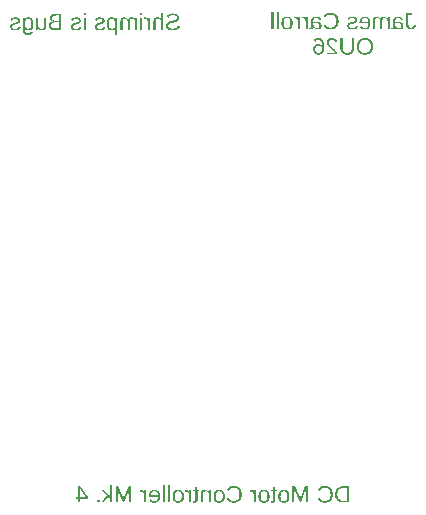
<source format=gbr>
G04 EAGLE Gerber RS-274X export*
G75*
%MOMM*%
%FSLAX34Y34*%
%LPD*%
%INSilkscreen Bottom*%
%IPPOS*%
%AMOC8*
5,1,8,0,0,1.08239X$1,22.5*%
G01*
G04 Define Apertures*
G36*
X428450Y402024D02*
X427931Y402037D01*
X427430Y402078D01*
X426947Y402147D01*
X426480Y402242D01*
X426032Y402365D01*
X425600Y402515D01*
X425187Y402692D01*
X424790Y402897D01*
X424414Y403127D01*
X424060Y403381D01*
X423729Y403658D01*
X423420Y403959D01*
X423134Y404284D01*
X422871Y404632D01*
X422630Y405004D01*
X422411Y405399D01*
X422217Y405814D01*
X422048Y406247D01*
X421906Y406696D01*
X421789Y407162D01*
X421699Y407646D01*
X421634Y408145D01*
X421595Y408662D01*
X421582Y409196D01*
X421595Y409731D01*
X421633Y410249D01*
X421697Y410748D01*
X421787Y411229D01*
X421902Y411692D01*
X422043Y412137D01*
X422209Y412564D01*
X422401Y412973D01*
X422617Y413361D01*
X422857Y413725D01*
X423118Y414066D01*
X423403Y414382D01*
X423711Y414675D01*
X424041Y414944D01*
X424395Y415190D01*
X424771Y415411D01*
X425167Y415608D01*
X425581Y415778D01*
X426012Y415923D01*
X426461Y416041D01*
X426927Y416132D01*
X427411Y416198D01*
X427912Y416237D01*
X428430Y416250D01*
X428830Y416243D01*
X429218Y416221D01*
X429594Y416185D01*
X429960Y416133D01*
X430315Y416068D01*
X430659Y415987D01*
X430991Y415893D01*
X431312Y415783D01*
X431623Y415659D01*
X431922Y415520D01*
X432210Y415367D01*
X432487Y415199D01*
X432753Y415016D01*
X433007Y414819D01*
X433251Y414608D01*
X433483Y414381D01*
X433703Y414142D01*
X433909Y413891D01*
X434100Y413629D01*
X434277Y413356D01*
X434440Y413072D01*
X434589Y412776D01*
X434724Y412469D01*
X434845Y412150D01*
X434951Y411821D01*
X435043Y411480D01*
X435121Y411127D01*
X435185Y410764D01*
X435235Y410389D01*
X435270Y410002D01*
X435291Y409605D01*
X435298Y409196D01*
X435286Y408660D01*
X435247Y408141D01*
X435184Y407639D01*
X435095Y407154D01*
X434980Y406686D01*
X434840Y406235D01*
X434675Y405801D01*
X434484Y405384D01*
X434269Y404988D01*
X434031Y404616D01*
X433770Y404267D01*
X433487Y403943D01*
X433181Y403643D01*
X432851Y403367D01*
X432499Y403115D01*
X432124Y402887D01*
X431729Y402685D01*
X431315Y402509D01*
X430883Y402361D01*
X430433Y402240D01*
X429965Y402145D01*
X429478Y402078D01*
X428973Y402037D01*
X428450Y402024D01*
G37*
%LPC*%
G36*
X428450Y403545D02*
X428737Y403550D01*
X429015Y403568D01*
X429549Y403640D01*
X430051Y403759D01*
X430521Y403926D01*
X430960Y404141D01*
X431367Y404403D01*
X431742Y404713D01*
X432085Y405070D01*
X432392Y405468D01*
X432658Y405900D01*
X432883Y406366D01*
X433067Y406864D01*
X433211Y407397D01*
X433313Y407963D01*
X433374Y408563D01*
X433395Y409196D01*
X433375Y409833D01*
X433314Y410433D01*
X433213Y410996D01*
X433071Y411524D01*
X432889Y412014D01*
X432666Y412469D01*
X432403Y412886D01*
X432100Y413268D01*
X431759Y413608D01*
X431385Y413903D01*
X430977Y414153D01*
X430535Y414357D01*
X430059Y414516D01*
X429550Y414629D01*
X429007Y414697D01*
X428430Y414720D01*
X427858Y414697D01*
X427320Y414628D01*
X426814Y414513D01*
X426342Y414352D01*
X425903Y414145D01*
X425497Y413892D01*
X425125Y413593D01*
X424785Y413248D01*
X424483Y412863D01*
X424221Y412443D01*
X423999Y411988D01*
X423818Y411499D01*
X423677Y410975D01*
X423576Y410417D01*
X423515Y409824D01*
X423495Y409196D01*
X423515Y408540D01*
X423575Y407923D01*
X423675Y407344D01*
X423815Y406803D01*
X423995Y406300D01*
X424215Y405836D01*
X424476Y405409D01*
X424776Y405021D01*
X425113Y404675D01*
X425485Y404375D01*
X425892Y404121D01*
X426334Y403914D01*
X426811Y403752D01*
X427323Y403637D01*
X427869Y403568D01*
X428450Y403545D01*
G37*
%LPD*%
G36*
X362566Y423360D02*
X362000Y423381D01*
X361468Y423445D01*
X360971Y423552D01*
X360508Y423701D01*
X360080Y423893D01*
X359687Y424127D01*
X359328Y424404D01*
X359004Y424724D01*
X358717Y425087D01*
X358468Y425494D01*
X358257Y425946D01*
X358085Y426443D01*
X357950Y426984D01*
X357855Y427569D01*
X357797Y428199D01*
X357778Y428874D01*
X357796Y429555D01*
X357850Y430189D01*
X357939Y430778D01*
X358065Y431320D01*
X358226Y431817D01*
X358424Y432267D01*
X358657Y432671D01*
X358926Y433029D01*
X359233Y433343D01*
X359580Y433615D01*
X359968Y433845D01*
X360395Y434033D01*
X360863Y434180D01*
X361371Y434284D01*
X361919Y434347D01*
X362507Y434368D01*
X363083Y434347D01*
X363622Y434282D01*
X364124Y434175D01*
X364589Y434025D01*
X365016Y433832D01*
X365407Y433596D01*
X365760Y433317D01*
X366076Y432995D01*
X366355Y432630D01*
X366596Y432222D01*
X366801Y431771D01*
X366968Y431278D01*
X367098Y430741D01*
X367191Y430162D01*
X367247Y429539D01*
X367266Y428874D01*
X367247Y428224D01*
X367191Y427613D01*
X367099Y427042D01*
X366969Y426510D01*
X366802Y426018D01*
X366598Y425565D01*
X366357Y425152D01*
X366078Y424778D01*
X365764Y424445D01*
X365414Y424157D01*
X365028Y423914D01*
X364607Y423714D01*
X364150Y423559D01*
X363657Y423448D01*
X363130Y423382D01*
X362566Y423360D01*
G37*
%LPC*%
G36*
X362586Y424665D02*
X362939Y424681D01*
X363268Y424731D01*
X363572Y424813D01*
X363852Y424928D01*
X364108Y425077D01*
X364340Y425258D01*
X364547Y425472D01*
X364729Y425719D01*
X364889Y425999D01*
X365028Y426312D01*
X365145Y426657D01*
X365241Y427035D01*
X365315Y427446D01*
X365369Y427889D01*
X365401Y428365D01*
X365411Y428874D01*
X365400Y429396D01*
X365368Y429882D01*
X365314Y430332D01*
X365238Y430747D01*
X365141Y431125D01*
X365022Y431469D01*
X364882Y431776D01*
X364720Y432048D01*
X364533Y432286D01*
X364320Y432492D01*
X364080Y432667D01*
X363813Y432809D01*
X363520Y432920D01*
X363199Y433000D01*
X362852Y433047D01*
X362478Y433063D01*
X362106Y433048D01*
X361763Y433001D01*
X361447Y432923D01*
X361159Y432814D01*
X360899Y432674D01*
X360667Y432503D01*
X360462Y432301D01*
X360285Y432067D01*
X360132Y431800D01*
X359999Y431494D01*
X359887Y431151D01*
X359795Y430771D01*
X359724Y430353D01*
X359673Y429898D01*
X359643Y429404D01*
X359632Y428874D01*
X359643Y428350D01*
X359675Y427861D01*
X359728Y427409D01*
X359803Y426992D01*
X359899Y426612D01*
X360016Y426267D01*
X360154Y425958D01*
X360314Y425685D01*
X360499Y425446D01*
X360712Y425239D01*
X360953Y425063D01*
X361223Y424920D01*
X361521Y424808D01*
X361848Y424728D01*
X362202Y424681D01*
X362586Y424665D01*
G37*
%LPD*%
G36*
X389110Y402024D02*
X388601Y402044D01*
X388121Y402103D01*
X387669Y402202D01*
X387245Y402340D01*
X386850Y402518D01*
X386483Y402736D01*
X386143Y402993D01*
X385833Y403289D01*
X385554Y403620D01*
X385313Y403980D01*
X385109Y404368D01*
X384942Y404786D01*
X384812Y405232D01*
X384720Y405707D01*
X384664Y406210D01*
X384645Y406743D01*
X384663Y407235D01*
X384716Y407702D01*
X384803Y408143D01*
X384926Y408558D01*
X385084Y408948D01*
X385277Y409311D01*
X385505Y409649D01*
X385769Y409961D01*
X386062Y410242D01*
X386380Y410485D01*
X386722Y410691D01*
X387090Y410859D01*
X387482Y410990D01*
X387898Y411083D01*
X388339Y411139D01*
X388805Y411158D01*
X389083Y411151D01*
X389354Y411129D01*
X389616Y411093D01*
X389870Y411042D01*
X390116Y410976D01*
X390354Y410896D01*
X390585Y410801D01*
X390807Y410692D01*
X391019Y410569D01*
X391219Y410432D01*
X391407Y410283D01*
X391582Y410119D01*
X391745Y409943D01*
X391896Y409753D01*
X392035Y409550D01*
X392161Y409333D01*
X392148Y409981D01*
X392109Y410589D01*
X392044Y411157D01*
X391954Y411687D01*
X391837Y412177D01*
X391695Y412627D01*
X391526Y413038D01*
X391332Y413410D01*
X391114Y413740D01*
X390875Y414026D01*
X390614Y414268D01*
X390332Y414466D01*
X390029Y414620D01*
X389705Y414730D01*
X389359Y414796D01*
X388992Y414818D01*
X388777Y414811D01*
X388572Y414791D01*
X388377Y414759D01*
X388191Y414712D01*
X388015Y414653D01*
X387848Y414581D01*
X387692Y414495D01*
X387545Y414396D01*
X387279Y414159D01*
X387053Y413869D01*
X386865Y413526D01*
X386716Y413130D01*
X385028Y413434D01*
X385139Y413775D01*
X385268Y414094D01*
X385415Y414391D01*
X385580Y414666D01*
X385763Y414919D01*
X385964Y415150D01*
X386184Y415359D01*
X386421Y415546D01*
X386677Y415711D01*
X386950Y415854D01*
X387242Y415975D01*
X387552Y416074D01*
X387880Y416151D01*
X388226Y416206D01*
X388590Y416239D01*
X388972Y416250D01*
X389265Y416243D01*
X389549Y416220D01*
X389824Y416183D01*
X390091Y416130D01*
X390350Y416063D01*
X390600Y415980D01*
X390841Y415882D01*
X391074Y415770D01*
X391299Y415642D01*
X391515Y415499D01*
X391722Y415341D01*
X391921Y415169D01*
X392294Y414778D01*
X392632Y414327D01*
X392933Y413820D01*
X393194Y413262D01*
X393415Y412650D01*
X393596Y411987D01*
X393736Y411272D01*
X393837Y410505D01*
X393897Y409685D01*
X393917Y408813D01*
X393898Y408009D01*
X393840Y407254D01*
X393743Y406548D01*
X393608Y405892D01*
X393434Y405285D01*
X393222Y404727D01*
X392971Y404219D01*
X392681Y403760D01*
X392355Y403353D01*
X391994Y403001D01*
X391599Y402702D01*
X391389Y402573D01*
X391170Y402458D01*
X390942Y402356D01*
X390706Y402268D01*
X390462Y402193D01*
X390208Y402132D01*
X389947Y402085D01*
X389676Y402051D01*
X389397Y402031D01*
X389110Y402024D01*
G37*
%LPC*%
G36*
X389168Y403446D02*
X389471Y403462D01*
X389759Y403510D01*
X390033Y403590D01*
X390293Y403702D01*
X390539Y403845D01*
X390772Y404020D01*
X390990Y404228D01*
X391194Y404467D01*
X391380Y404731D01*
X391540Y405013D01*
X391676Y405314D01*
X391787Y405632D01*
X391873Y405968D01*
X391935Y406323D01*
X391972Y406696D01*
X391984Y407086D01*
X391972Y407394D01*
X391937Y407685D01*
X391877Y407959D01*
X391794Y408216D01*
X391687Y408456D01*
X391557Y408679D01*
X391402Y408884D01*
X391224Y409073D01*
X391026Y409242D01*
X390814Y409389D01*
X390587Y409513D01*
X390345Y409614D01*
X390088Y409693D01*
X389816Y409749D01*
X389529Y409783D01*
X389227Y409794D01*
X388908Y409782D01*
X388606Y409744D01*
X388323Y409680D01*
X388057Y409591D01*
X387810Y409476D01*
X387581Y409336D01*
X387370Y409171D01*
X387177Y408980D01*
X387004Y408766D01*
X386855Y408530D01*
X386728Y408273D01*
X386625Y407994D01*
X386544Y407694D01*
X386487Y407372D01*
X386452Y407029D01*
X386441Y406665D01*
X386452Y406299D01*
X386486Y405954D01*
X386543Y405629D01*
X386622Y405324D01*
X386724Y405039D01*
X386849Y404774D01*
X386997Y404530D01*
X387167Y404305D01*
X387357Y404104D01*
X387564Y403929D01*
X387789Y403782D01*
X388030Y403661D01*
X388289Y403567D01*
X388565Y403500D01*
X388858Y403460D01*
X389168Y403446D01*
G37*
%LPD*%
G36*
X388610Y423360D02*
X388295Y423368D01*
X387992Y423391D01*
X387701Y423431D01*
X387422Y423486D01*
X387155Y423557D01*
X386900Y423644D01*
X386657Y423747D01*
X386427Y423865D01*
X386206Y424002D01*
X385992Y424162D01*
X385785Y424344D01*
X385584Y424548D01*
X385391Y424775D01*
X385205Y425023D01*
X385025Y425294D01*
X384852Y425587D01*
X384793Y425587D01*
X384773Y425321D01*
X384740Y425074D01*
X384695Y424845D01*
X384638Y424634D01*
X384568Y424441D01*
X384487Y424267D01*
X384394Y424111D01*
X384288Y423973D01*
X384168Y423852D01*
X384031Y423748D01*
X383878Y423659D01*
X383708Y423587D01*
X383521Y423530D01*
X383318Y423490D01*
X383097Y423466D01*
X382861Y423458D01*
X382514Y423468D01*
X382171Y423497D01*
X381832Y423546D01*
X381497Y423615D01*
X381497Y424714D01*
X381803Y424662D01*
X382076Y424645D01*
X382214Y424651D01*
X382342Y424670D01*
X382457Y424701D01*
X382561Y424744D01*
X382654Y424800D01*
X382734Y424869D01*
X382803Y424949D01*
X382861Y425042D01*
X382951Y425265D01*
X383015Y425537D01*
X383054Y425856D01*
X383067Y426225D01*
X383067Y430797D01*
X383082Y431218D01*
X383130Y431614D01*
X383209Y431984D01*
X383319Y432329D01*
X383461Y432648D01*
X383635Y432941D01*
X383840Y433209D01*
X384077Y433451D01*
X384345Y433666D01*
X384644Y433852D01*
X384974Y434010D01*
X385335Y434139D01*
X385727Y434239D01*
X386150Y434311D01*
X386604Y434354D01*
X387089Y434368D01*
X387552Y434357D01*
X387988Y434323D01*
X388399Y434267D01*
X388783Y434189D01*
X389141Y434088D01*
X389472Y433965D01*
X389778Y433820D01*
X390057Y433652D01*
X390310Y433462D01*
X390537Y433249D01*
X390738Y433014D01*
X390912Y432757D01*
X391060Y432477D01*
X391182Y432175D01*
X391278Y431850D01*
X391347Y431503D01*
X389503Y431336D01*
X389469Y431550D01*
X389422Y431748D01*
X389361Y431931D01*
X389287Y432099D01*
X389199Y432252D01*
X389098Y432391D01*
X388983Y432514D01*
X388855Y432622D01*
X388710Y432716D01*
X388545Y432798D01*
X388359Y432867D01*
X388154Y432923D01*
X387928Y432967D01*
X387682Y432999D01*
X387415Y433018D01*
X387128Y433024D01*
X386844Y433015D01*
X386579Y432989D01*
X386334Y432945D01*
X386108Y432884D01*
X385902Y432806D01*
X385716Y432709D01*
X385549Y432596D01*
X385402Y432465D01*
X385273Y432313D01*
X385161Y432139D01*
X385067Y431942D01*
X384990Y431722D01*
X384929Y431478D01*
X384887Y431212D01*
X384861Y430923D01*
X384852Y430610D01*
X384852Y430032D01*
X387236Y429992D01*
X387819Y429965D01*
X388360Y429911D01*
X388860Y429832D01*
X389318Y429727D01*
X389734Y429597D01*
X390109Y429440D01*
X390442Y429258D01*
X390734Y429050D01*
X390988Y428818D01*
X391208Y428561D01*
X391395Y428280D01*
X391547Y427976D01*
X391666Y427648D01*
X391751Y427295D01*
X391801Y426919D01*
X391818Y426519D01*
X391806Y426161D01*
X391768Y425822D01*
X391705Y425504D01*
X391617Y425204D01*
X391504Y424925D01*
X391366Y424665D01*
X391202Y424424D01*
X391014Y424204D01*
X390800Y424006D01*
X390562Y423834D01*
X390299Y423689D01*
X390011Y423571D01*
X389698Y423478D01*
X389360Y423413D01*
X388997Y423373D01*
X388610Y423360D01*
G37*
%LPC*%
G36*
X388208Y424684D02*
X388417Y424692D01*
X388615Y424714D01*
X388799Y424751D01*
X388972Y424802D01*
X389132Y424868D01*
X389279Y424949D01*
X389414Y425045D01*
X389537Y425155D01*
X389646Y425279D01*
X389741Y425415D01*
X389821Y425564D01*
X389887Y425724D01*
X389938Y425897D01*
X389974Y426082D01*
X389996Y426280D01*
X390003Y426490D01*
X389982Y426868D01*
X389917Y427208D01*
X389810Y427511D01*
X389660Y427775D01*
X389469Y428004D01*
X389242Y428202D01*
X388976Y428367D01*
X388674Y428501D01*
X388315Y428605D01*
X387880Y428682D01*
X387370Y428733D01*
X386785Y428756D01*
X384852Y428795D01*
X384852Y427922D01*
X384859Y427719D01*
X384880Y427518D01*
X384961Y427119D01*
X385098Y426725D01*
X385289Y426338D01*
X385527Y425973D01*
X385805Y425650D01*
X386123Y425367D01*
X386481Y425126D01*
X386872Y424933D01*
X387078Y424857D01*
X387290Y424795D01*
X387510Y424746D01*
X387736Y424712D01*
X387968Y424691D01*
X388208Y424684D01*
G37*
%LPD*%
G36*
X457891Y423360D02*
X457576Y423368D01*
X457273Y423391D01*
X456982Y423431D01*
X456703Y423486D01*
X456436Y423557D01*
X456181Y423644D01*
X455939Y423747D01*
X455708Y423865D01*
X455487Y424002D01*
X455273Y424162D01*
X455066Y424344D01*
X454866Y424548D01*
X454672Y424775D01*
X454486Y425023D01*
X454306Y425294D01*
X454133Y425587D01*
X454075Y425587D01*
X454054Y425321D01*
X454021Y425074D01*
X453976Y424845D01*
X453919Y424634D01*
X453850Y424441D01*
X453768Y424267D01*
X453675Y424111D01*
X453569Y423973D01*
X453449Y423852D01*
X453313Y423748D01*
X453159Y423659D01*
X452989Y423587D01*
X452802Y423530D01*
X452599Y423490D01*
X452379Y423466D01*
X452142Y423458D01*
X451795Y423468D01*
X451453Y423497D01*
X451113Y423546D01*
X450778Y423615D01*
X450778Y424714D01*
X451085Y424662D01*
X451357Y424645D01*
X451496Y424651D01*
X451623Y424670D01*
X451739Y424701D01*
X451843Y424744D01*
X451935Y424800D01*
X452015Y424869D01*
X452084Y424949D01*
X452142Y425042D01*
X452232Y425265D01*
X452296Y425537D01*
X452335Y425856D01*
X452348Y426225D01*
X452348Y430797D01*
X452364Y431218D01*
X452411Y431614D01*
X452490Y431984D01*
X452600Y432329D01*
X452743Y432648D01*
X452916Y432941D01*
X453122Y433209D01*
X453358Y433451D01*
X453626Y433666D01*
X453926Y433852D01*
X454256Y434010D01*
X454617Y434139D01*
X455009Y434239D01*
X455432Y434311D01*
X455886Y434354D01*
X456370Y434368D01*
X456833Y434357D01*
X457270Y434323D01*
X457680Y434267D01*
X458064Y434189D01*
X458422Y434088D01*
X458754Y433965D01*
X459059Y433820D01*
X459338Y433652D01*
X459591Y433462D01*
X459818Y433249D01*
X460019Y433014D01*
X460193Y432757D01*
X460341Y432477D01*
X460463Y432175D01*
X460559Y431850D01*
X460629Y431503D01*
X458784Y431336D01*
X458750Y431550D01*
X458703Y431748D01*
X458642Y431931D01*
X458568Y432099D01*
X458481Y432252D01*
X458379Y432391D01*
X458265Y432514D01*
X458137Y432622D01*
X457991Y432716D01*
X457826Y432798D01*
X457641Y432867D01*
X457435Y432923D01*
X457209Y432967D01*
X456963Y432999D01*
X456696Y433018D01*
X456410Y433024D01*
X456125Y433015D01*
X455860Y432989D01*
X455615Y432945D01*
X455389Y432884D01*
X455183Y432806D01*
X454997Y432709D01*
X454830Y432596D01*
X454683Y432465D01*
X454554Y432313D01*
X454443Y432139D01*
X454348Y431942D01*
X454271Y431722D01*
X454211Y431478D01*
X454168Y431212D01*
X454142Y430923D01*
X454133Y430610D01*
X454133Y430032D01*
X456518Y429992D01*
X457100Y429965D01*
X457641Y429911D01*
X458141Y429832D01*
X458599Y429727D01*
X459015Y429597D01*
X459390Y429440D01*
X459724Y429258D01*
X460015Y429050D01*
X460270Y428818D01*
X460490Y428561D01*
X460676Y428280D01*
X460829Y427976D01*
X460947Y427648D01*
X461032Y427295D01*
X461083Y426919D01*
X461100Y426519D01*
X461087Y426161D01*
X461049Y425822D01*
X460986Y425504D01*
X460898Y425204D01*
X460785Y424925D01*
X460647Y424665D01*
X460484Y424424D01*
X460295Y424204D01*
X460081Y424006D01*
X459843Y423834D01*
X459580Y423689D01*
X459292Y423571D01*
X458979Y423478D01*
X458641Y423413D01*
X458279Y423373D01*
X457891Y423360D01*
G37*
%LPC*%
G36*
X457489Y424684D02*
X457699Y424692D01*
X457896Y424714D01*
X458081Y424751D01*
X458253Y424802D01*
X458413Y424868D01*
X458561Y424949D01*
X458696Y425045D01*
X458818Y425155D01*
X458928Y425279D01*
X459022Y425415D01*
X459102Y425564D01*
X459168Y425724D01*
X459219Y425897D01*
X459255Y426082D01*
X459277Y426280D01*
X459284Y426490D01*
X459263Y426868D01*
X459199Y427208D01*
X459091Y427511D01*
X458941Y427775D01*
X458751Y428004D01*
X458523Y428202D01*
X458258Y428367D01*
X457955Y428501D01*
X457596Y428605D01*
X457162Y428682D01*
X456652Y428733D01*
X456066Y428756D01*
X454133Y428795D01*
X454133Y427922D01*
X454140Y427719D01*
X454161Y427518D01*
X454243Y427119D01*
X454379Y426725D01*
X454570Y426338D01*
X454808Y425973D01*
X455086Y425650D01*
X455404Y425367D01*
X455762Y425126D01*
X456153Y424933D01*
X456359Y424857D01*
X456572Y424795D01*
X456791Y424746D01*
X457017Y424712D01*
X457250Y424691D01*
X457489Y424684D01*
G37*
%LPD*%
G36*
X437098Y423556D02*
X435352Y423556D01*
X435352Y430630D01*
X435363Y431110D01*
X435398Y431556D01*
X435455Y431967D01*
X435535Y432342D01*
X435637Y432683D01*
X435763Y432988D01*
X435912Y433259D01*
X436083Y433495D01*
X436279Y433700D01*
X436503Y433877D01*
X436755Y434027D01*
X437033Y434150D01*
X437340Y434245D01*
X437673Y434314D01*
X438034Y434355D01*
X438423Y434368D01*
X438695Y434361D01*
X438957Y434339D01*
X439208Y434302D01*
X439449Y434250D01*
X439680Y434184D01*
X439901Y434103D01*
X440111Y434008D01*
X440312Y433897D01*
X440503Y433770D01*
X440687Y433624D01*
X440864Y433460D01*
X441034Y433277D01*
X441197Y433075D01*
X441352Y432854D01*
X441641Y432357D01*
X441670Y432357D01*
X441746Y432610D01*
X441835Y432846D01*
X441937Y433064D01*
X442052Y433264D01*
X442181Y433447D01*
X442323Y433611D01*
X442478Y433758D01*
X442647Y433887D01*
X442830Y434000D01*
X443029Y434098D01*
X443244Y434180D01*
X443475Y434248D01*
X443721Y434301D01*
X443983Y434338D01*
X444261Y434361D01*
X444555Y434368D01*
X444815Y434361D01*
X445065Y434341D01*
X445304Y434306D01*
X445534Y434258D01*
X445753Y434196D01*
X445962Y434120D01*
X446162Y434030D01*
X446351Y433927D01*
X446532Y433806D01*
X446708Y433663D01*
X446879Y433499D01*
X447045Y433313D01*
X447205Y433106D01*
X447360Y432878D01*
X447655Y432357D01*
X447685Y432357D01*
X447719Y433412D01*
X447744Y433907D01*
X447763Y434172D01*
X449431Y434172D01*
X449406Y433876D01*
X449387Y433399D01*
X449372Y431906D01*
X449372Y423556D01*
X447616Y423556D01*
X447616Y429708D01*
X447606Y430089D01*
X447575Y430449D01*
X447524Y430786D01*
X447452Y431101D01*
X447359Y431394D01*
X447246Y431665D01*
X447113Y431914D01*
X446959Y432141D01*
X446787Y432343D01*
X446601Y432519D01*
X446400Y432667D01*
X446184Y432789D01*
X445953Y432883D01*
X445708Y432950D01*
X445448Y432991D01*
X445173Y433004D01*
X444909Y432995D01*
X444666Y432968D01*
X444444Y432922D01*
X444244Y432857D01*
X444064Y432774D01*
X443906Y432673D01*
X443768Y432554D01*
X443652Y432416D01*
X443554Y432254D01*
X443468Y432062D01*
X443395Y431840D01*
X443336Y431589D01*
X443290Y431308D01*
X443257Y430997D01*
X443237Y430657D01*
X443230Y430287D01*
X443230Y423556D01*
X441484Y423556D01*
X441484Y429708D01*
X441474Y430091D01*
X441444Y430452D01*
X441394Y430791D01*
X441323Y431107D01*
X441233Y431401D01*
X441123Y431672D01*
X440992Y431920D01*
X440841Y432146D01*
X440673Y432347D01*
X440488Y432521D01*
X440287Y432669D01*
X440070Y432790D01*
X439837Y432884D01*
X439588Y432951D01*
X439322Y432991D01*
X439041Y433004D01*
X438777Y432995D01*
X438534Y432968D01*
X438312Y432922D01*
X438111Y432857D01*
X437932Y432774D01*
X437774Y432673D01*
X437636Y432554D01*
X437520Y432416D01*
X437421Y432254D01*
X437336Y432062D01*
X437263Y431840D01*
X437204Y431589D01*
X437158Y431308D01*
X437125Y430997D01*
X437105Y430657D01*
X437098Y430287D01*
X437098Y423556D01*
G37*
G36*
X428345Y423360D02*
X427932Y423370D01*
X427539Y423399D01*
X427164Y423448D01*
X426809Y423517D01*
X426472Y423605D01*
X426154Y423713D01*
X425855Y423841D01*
X425575Y423988D01*
X425314Y424154D01*
X425072Y424341D01*
X424849Y424547D01*
X424645Y424773D01*
X424460Y425018D01*
X424294Y425283D01*
X424146Y425567D01*
X424018Y425871D01*
X425568Y426313D01*
X425636Y426140D01*
X425719Y425975D01*
X425925Y425668D01*
X426187Y425391D01*
X426505Y425145D01*
X426685Y425037D01*
X426879Y424944D01*
X427088Y424864D01*
X427311Y424800D01*
X427548Y424749D01*
X427799Y424713D01*
X428065Y424692D01*
X428345Y424684D01*
X428697Y424700D01*
X429027Y424746D01*
X429336Y424824D01*
X429623Y424932D01*
X429888Y425071D01*
X430131Y425242D01*
X430352Y425443D01*
X430552Y425675D01*
X430729Y425936D01*
X430883Y426223D01*
X431013Y426536D01*
X431119Y426875D01*
X431201Y427240D01*
X431260Y427631D01*
X431296Y428048D01*
X431308Y428491D01*
X423733Y428491D01*
X423733Y428727D01*
X423752Y429410D01*
X423806Y430049D01*
X423898Y430644D01*
X424026Y431195D01*
X424190Y431702D01*
X424391Y432164D01*
X424629Y432583D01*
X424903Y432958D01*
X425214Y433288D01*
X425561Y433575D01*
X425945Y433817D01*
X426366Y434016D01*
X426823Y434170D01*
X427316Y434280D01*
X427847Y434346D01*
X428413Y434368D01*
X428968Y434346D01*
X429490Y434280D01*
X429980Y434171D01*
X430436Y434017D01*
X430859Y433820D01*
X431249Y433579D01*
X431606Y433294D01*
X431931Y432965D01*
X432219Y432595D01*
X432469Y432187D01*
X432681Y431740D01*
X432854Y431255D01*
X432989Y430732D01*
X433085Y430171D01*
X433143Y429571D01*
X433162Y428933D01*
X433143Y428262D01*
X433085Y427634D01*
X432989Y427049D01*
X432854Y426507D01*
X432681Y426007D01*
X432469Y425550D01*
X432219Y425135D01*
X431931Y424763D01*
X431605Y424434D01*
X431245Y424149D01*
X430849Y423908D01*
X430419Y423711D01*
X429953Y423557D01*
X429452Y423447D01*
X428916Y423382D01*
X428345Y423360D01*
G37*
%LPC*%
G36*
X431288Y429845D02*
X431263Y430210D01*
X431215Y430556D01*
X431147Y430881D01*
X431056Y431186D01*
X430944Y431471D01*
X430811Y431735D01*
X430655Y431980D01*
X430479Y432205D01*
X430283Y432406D01*
X430070Y432580D01*
X429841Y432728D01*
X429594Y432849D01*
X429332Y432943D01*
X429052Y433010D01*
X428756Y433050D01*
X428443Y433063D01*
X428121Y433051D01*
X427819Y433015D01*
X427536Y432955D01*
X427273Y432871D01*
X427029Y432762D01*
X426804Y432630D01*
X426598Y432474D01*
X426412Y432293D01*
X426244Y432086D01*
X426094Y431851D01*
X425961Y431588D01*
X425845Y431296D01*
X425747Y430976D01*
X425667Y430627D01*
X425604Y430250D01*
X425558Y429845D01*
X431288Y429845D01*
G37*
%LPD*%
G36*
X413453Y402024D02*
X413019Y402034D01*
X412599Y402064D01*
X412194Y402114D01*
X411803Y402184D01*
X411427Y402275D01*
X411066Y402385D01*
X410719Y402516D01*
X410387Y402666D01*
X410071Y402836D01*
X409774Y403024D01*
X409495Y403229D01*
X409234Y403453D01*
X408992Y403694D01*
X408768Y403953D01*
X408563Y404230D01*
X408375Y404526D01*
X408209Y404837D01*
X408064Y405163D01*
X407942Y405503D01*
X407842Y405858D01*
X407764Y406227D01*
X407709Y406610D01*
X407675Y407008D01*
X407664Y407420D01*
X407664Y416044D01*
X409528Y416044D01*
X409528Y407528D01*
X409545Y407054D01*
X409593Y406610D01*
X409674Y406195D01*
X409787Y405810D01*
X409933Y405453D01*
X410111Y405126D01*
X410321Y404829D01*
X410563Y404560D01*
X410835Y404322D01*
X411133Y404116D01*
X411456Y403941D01*
X411806Y403798D01*
X412181Y403687D01*
X412582Y403608D01*
X413010Y403560D01*
X413463Y403545D01*
X413903Y403560D01*
X414317Y403606D01*
X414704Y403683D01*
X415064Y403790D01*
X415398Y403928D01*
X415705Y404096D01*
X415986Y404296D01*
X416239Y404526D01*
X416465Y404785D01*
X416660Y405073D01*
X416825Y405390D01*
X416960Y405735D01*
X417066Y406109D01*
X417141Y406511D01*
X417186Y406941D01*
X417201Y407400D01*
X417201Y416044D01*
X419075Y416044D01*
X419075Y407243D01*
X419064Y406843D01*
X419031Y406457D01*
X418977Y406085D01*
X418901Y405728D01*
X418803Y405384D01*
X418683Y405054D01*
X418541Y404739D01*
X418378Y404437D01*
X418195Y404152D01*
X417994Y403884D01*
X417776Y403633D01*
X417539Y403400D01*
X417285Y403184D01*
X417013Y402986D01*
X416723Y402805D01*
X416416Y402642D01*
X416093Y402497D01*
X415756Y402371D01*
X415406Y402265D01*
X415042Y402178D01*
X414665Y402111D01*
X414275Y402062D01*
X413870Y402033D01*
X413453Y402024D01*
G37*
G36*
X399411Y423360D02*
X398909Y423374D01*
X398422Y423418D01*
X397950Y423491D01*
X397494Y423593D01*
X397054Y423724D01*
X396629Y423884D01*
X396219Y424073D01*
X395825Y424292D01*
X395450Y424538D01*
X395096Y424811D01*
X394763Y425111D01*
X394453Y425437D01*
X394164Y425790D01*
X393896Y426170D01*
X393650Y426577D01*
X393426Y427010D01*
X394957Y427775D01*
X395145Y427427D01*
X395345Y427101D01*
X395556Y426798D01*
X395778Y426517D01*
X396011Y426259D01*
X396256Y426023D01*
X396512Y425810D01*
X396779Y425619D01*
X397058Y425450D01*
X397347Y425304D01*
X397649Y425181D01*
X397961Y425080D01*
X398284Y425001D01*
X398619Y424945D01*
X398965Y424911D01*
X399323Y424900D01*
X399602Y424906D01*
X399875Y424924D01*
X400397Y424997D01*
X400891Y425117D01*
X401355Y425286D01*
X401790Y425504D01*
X402195Y425769D01*
X402572Y426083D01*
X402919Y426445D01*
X403230Y426847D01*
X403500Y427280D01*
X403729Y427744D01*
X403916Y428240D01*
X404061Y428766D01*
X404165Y429324D01*
X404227Y429912D01*
X404248Y430532D01*
X404228Y431157D01*
X404168Y431749D01*
X404069Y432306D01*
X403929Y432829D01*
X403750Y433318D01*
X403531Y433772D01*
X403272Y434193D01*
X402973Y434579D01*
X402638Y434925D01*
X402271Y435225D01*
X401873Y435479D01*
X401442Y435687D01*
X400980Y435848D01*
X400485Y435963D01*
X399959Y436033D01*
X399401Y436056D01*
X399042Y436046D01*
X398695Y436016D01*
X398361Y435966D01*
X398039Y435896D01*
X397729Y435807D01*
X397432Y435697D01*
X397147Y435567D01*
X396875Y435418D01*
X396618Y435250D01*
X396379Y435064D01*
X396159Y434860D01*
X395956Y434638D01*
X395772Y434399D01*
X395606Y434141D01*
X395459Y433866D01*
X395330Y433573D01*
X393554Y434162D01*
X393740Y434573D01*
X393951Y434959D01*
X394187Y435318D01*
X394447Y435651D01*
X394731Y435958D01*
X395040Y436239D01*
X395374Y436494D01*
X395732Y436723D01*
X396114Y436925D01*
X396518Y437101D01*
X396945Y437249D01*
X397395Y437370D01*
X397867Y437465D01*
X398362Y437532D01*
X398880Y437573D01*
X399421Y437586D01*
X399810Y437579D01*
X400189Y437557D01*
X400557Y437520D01*
X400915Y437469D01*
X401261Y437403D01*
X401597Y437323D01*
X401922Y437228D01*
X402237Y437118D01*
X402540Y436993D01*
X402833Y436854D01*
X403116Y436701D01*
X403387Y436532D01*
X403648Y436349D01*
X403898Y436152D01*
X404137Y435939D01*
X404366Y435712D01*
X404582Y435472D01*
X404784Y435221D01*
X404973Y434959D01*
X405147Y434686D01*
X405308Y434401D01*
X405454Y434105D01*
X405587Y433798D01*
X405705Y433480D01*
X405810Y433151D01*
X405900Y432810D01*
X405977Y432459D01*
X406040Y432096D01*
X406089Y431721D01*
X406124Y431336D01*
X406145Y430940D01*
X406152Y430532D01*
X406139Y429989D01*
X406102Y429465D01*
X406039Y428960D01*
X405952Y428473D01*
X405839Y428004D01*
X405702Y427554D01*
X405539Y427123D01*
X405352Y426710D01*
X405141Y426319D01*
X404907Y425950D01*
X404650Y425605D01*
X404371Y425283D01*
X404069Y424984D01*
X403744Y424709D01*
X403397Y424457D01*
X403027Y424228D01*
X402636Y424025D01*
X402228Y423848D01*
X401803Y423699D01*
X401360Y423577D01*
X400899Y423482D01*
X400421Y423414D01*
X399925Y423373D01*
X399411Y423360D01*
G37*
G36*
X405114Y402220D02*
X395960Y402220D01*
X395960Y403721D01*
X403172Y403721D01*
X403001Y404068D01*
X402784Y404421D01*
X402521Y404782D01*
X402210Y405149D01*
X401848Y405530D01*
X401428Y405935D01*
X400950Y406362D01*
X400415Y406812D01*
X399472Y407591D01*
X398695Y408261D01*
X398084Y408822D01*
X397638Y409274D01*
X397298Y409672D01*
X397002Y410069D01*
X396751Y410466D01*
X396544Y410864D01*
X396383Y411262D01*
X396268Y411661D01*
X396199Y412061D01*
X396176Y412463D01*
X396194Y412904D01*
X396246Y413319D01*
X396334Y413708D01*
X396457Y414071D01*
X396615Y414408D01*
X396808Y414719D01*
X397036Y415005D01*
X397300Y415264D01*
X397596Y415495D01*
X397922Y415696D01*
X398278Y415865D01*
X398665Y416004D01*
X399081Y416112D01*
X399528Y416189D01*
X400006Y416235D01*
X400513Y416250D01*
X400978Y416235D01*
X401421Y416189D01*
X401843Y416112D01*
X402243Y416005D01*
X402622Y415867D01*
X402979Y415698D01*
X403314Y415499D01*
X403628Y415269D01*
X403915Y415013D01*
X404170Y414736D01*
X404394Y414438D01*
X404586Y414119D01*
X404746Y413778D01*
X404874Y413417D01*
X404971Y413034D01*
X405036Y412630D01*
X403231Y412463D01*
X403189Y412733D01*
X403129Y412986D01*
X403050Y413225D01*
X402952Y413448D01*
X402836Y413655D01*
X402700Y413847D01*
X402545Y414024D01*
X402372Y414185D01*
X402183Y414329D01*
X401982Y414453D01*
X401768Y414559D01*
X401542Y414645D01*
X401303Y414712D01*
X401052Y414760D01*
X400789Y414789D01*
X400513Y414798D01*
X400224Y414788D01*
X399952Y414759D01*
X399696Y414710D01*
X399456Y414641D01*
X399232Y414553D01*
X399025Y414445D01*
X398833Y414317D01*
X398659Y414170D01*
X398502Y414005D01*
X398367Y413824D01*
X398252Y413628D01*
X398158Y413415D01*
X398085Y413186D01*
X398033Y412941D01*
X398002Y412681D01*
X397991Y412404D01*
X397997Y412196D01*
X398016Y411993D01*
X398088Y411605D01*
X398209Y411238D01*
X398379Y410893D01*
X398588Y410563D01*
X398827Y410241D01*
X399095Y409926D01*
X399394Y409618D01*
X400060Y409009D01*
X400802Y408401D01*
X401586Y407767D01*
X402377Y407082D01*
X402770Y406715D01*
X403153Y406329D01*
X403528Y405921D01*
X403893Y405492D01*
X404240Y405036D01*
X404559Y404547D01*
X404850Y404023D01*
X405114Y403466D01*
X405114Y402220D01*
G37*
G36*
X417815Y423360D02*
X417319Y423373D01*
X416851Y423411D01*
X416412Y423474D01*
X416001Y423563D01*
X415618Y423678D01*
X415264Y423818D01*
X414938Y423983D01*
X414641Y424174D01*
X414375Y424388D01*
X414145Y424624D01*
X413950Y424881D01*
X413791Y425160D01*
X413667Y425460D01*
X413578Y425782D01*
X413525Y426125D01*
X413507Y426490D01*
X413520Y426785D01*
X413556Y427065D01*
X413618Y427328D01*
X413704Y427574D01*
X413812Y427805D01*
X413940Y428021D01*
X414089Y428224D01*
X414258Y428413D01*
X414453Y428590D01*
X414681Y428760D01*
X414941Y428921D01*
X415234Y429075D01*
X415592Y429228D01*
X416048Y429388D01*
X416603Y429554D01*
X417255Y429727D01*
X418482Y430051D01*
X418904Y430184D01*
X419198Y430296D01*
X419414Y430405D01*
X419603Y430525D01*
X419763Y430655D01*
X419895Y430797D01*
X419998Y430954D01*
X420071Y431130D01*
X420115Y431327D01*
X420130Y431542D01*
X420121Y431721D01*
X420094Y431887D01*
X420050Y432042D01*
X419988Y432185D01*
X419908Y432317D01*
X419810Y432437D01*
X419694Y432545D01*
X419561Y432641D01*
X419409Y432726D01*
X419237Y432800D01*
X419046Y432863D01*
X418835Y432914D01*
X418604Y432953D01*
X418354Y432982D01*
X417795Y433004D01*
X417532Y432998D01*
X417283Y432981D01*
X417047Y432951D01*
X416825Y432910D01*
X416616Y432857D01*
X416422Y432792D01*
X416240Y432715D01*
X416073Y432627D01*
X415920Y432527D01*
X415783Y432417D01*
X415661Y432297D01*
X415554Y432167D01*
X415463Y432026D01*
X415388Y431875D01*
X415328Y431714D01*
X415283Y431542D01*
X413694Y431739D01*
X413774Y432068D01*
X413879Y432374D01*
X414007Y432657D01*
X414159Y432916D01*
X414334Y433152D01*
X414534Y433365D01*
X414757Y433554D01*
X415004Y433721D01*
X415274Y433865D01*
X415566Y433991D01*
X415881Y434097D01*
X416219Y434184D01*
X416579Y434252D01*
X416962Y434300D01*
X417367Y434329D01*
X417795Y434339D01*
X418276Y434327D01*
X418727Y434291D01*
X419148Y434232D01*
X419540Y434149D01*
X419902Y434042D01*
X420235Y433911D01*
X420538Y433757D01*
X420812Y433578D01*
X421055Y433377D01*
X421265Y433155D01*
X421443Y432911D01*
X421588Y432645D01*
X421701Y432358D01*
X421782Y432049D01*
X421831Y431718D01*
X421847Y431366D01*
X421824Y430989D01*
X421756Y430642D01*
X421643Y430326D01*
X421484Y430041D01*
X421285Y429782D01*
X421051Y429542D01*
X420782Y429323D01*
X420478Y429124D01*
X420102Y428934D01*
X419616Y428743D01*
X419020Y428549D01*
X418315Y428354D01*
X417049Y428020D01*
X416602Y427884D01*
X416220Y427731D01*
X415905Y427560D01*
X415656Y427373D01*
X415467Y427162D01*
X415332Y426921D01*
X415285Y426790D01*
X415251Y426651D01*
X415231Y426506D01*
X415224Y426352D01*
X415234Y426153D01*
X415263Y425966D01*
X415312Y425792D01*
X415380Y425631D01*
X415468Y425483D01*
X415575Y425348D01*
X415701Y425225D01*
X415847Y425116D01*
X416014Y425019D01*
X416204Y424936D01*
X416416Y424865D01*
X416651Y424807D01*
X416908Y424762D01*
X417188Y424730D01*
X417490Y424710D01*
X417815Y424704D01*
X418120Y424710D01*
X418408Y424729D01*
X418679Y424760D01*
X418933Y424803D01*
X419170Y424859D01*
X419389Y424927D01*
X419592Y425008D01*
X419777Y425101D01*
X419946Y425208D01*
X420100Y425328D01*
X420239Y425463D01*
X420363Y425613D01*
X420472Y425776D01*
X420566Y425954D01*
X420645Y426146D01*
X420709Y426352D01*
X422269Y426048D01*
X422176Y425714D01*
X422060Y425402D01*
X421921Y425113D01*
X421757Y424847D01*
X421571Y424604D01*
X421361Y424384D01*
X421128Y424187D01*
X420871Y424012D01*
X420588Y423859D01*
X420277Y423727D01*
X419937Y423615D01*
X419570Y423523D01*
X419173Y423452D01*
X418749Y423401D01*
X418296Y423370D01*
X417815Y423360D01*
G37*
G36*
X467532Y423360D02*
X467071Y423378D01*
X466635Y423432D01*
X466225Y423522D01*
X465839Y423648D01*
X465479Y423810D01*
X465144Y424008D01*
X464834Y424242D01*
X464549Y424513D01*
X464294Y424814D01*
X464073Y425143D01*
X463886Y425498D01*
X463732Y425880D01*
X463613Y426289D01*
X463528Y426725D01*
X463477Y427187D01*
X463460Y427677D01*
X463460Y437380D01*
X467983Y437380D01*
X467983Y435850D01*
X465324Y435850D01*
X465324Y427638D01*
X465333Y427309D01*
X465361Y427001D01*
X465407Y426714D01*
X465471Y426447D01*
X465554Y426200D01*
X465655Y425974D01*
X465775Y425768D01*
X465913Y425582D01*
X466067Y425418D01*
X466234Y425275D01*
X466415Y425155D01*
X466610Y425056D01*
X466817Y424979D01*
X467039Y424924D01*
X467274Y424892D01*
X467522Y424881D01*
X467750Y424891D01*
X467968Y424920D01*
X468177Y424970D01*
X468376Y425040D01*
X468564Y425130D01*
X468744Y425239D01*
X468913Y425369D01*
X469072Y425518D01*
X469220Y425686D01*
X469354Y425868D01*
X469474Y426067D01*
X469580Y426281D01*
X469672Y426511D01*
X469751Y426756D01*
X469816Y427017D01*
X469867Y427294D01*
X471702Y426990D01*
X471608Y426550D01*
X471493Y426139D01*
X471355Y425756D01*
X471195Y425402D01*
X471012Y425076D01*
X470807Y424778D01*
X470580Y424508D01*
X470331Y424267D01*
X470059Y424055D01*
X469765Y423870D01*
X469448Y423714D01*
X469110Y423587D01*
X468749Y423487D01*
X468365Y423417D01*
X467960Y423374D01*
X467532Y423360D01*
G37*
G36*
X351099Y423556D02*
X349333Y423556D01*
X349333Y438116D01*
X351099Y438116D01*
X351099Y423556D01*
G37*
G36*
X355568Y423556D02*
X353802Y423556D01*
X353802Y438116D01*
X355568Y438116D01*
X355568Y423556D01*
G37*
G36*
X373404Y423556D02*
X371638Y423556D01*
X371638Y429090D01*
X371629Y429518D01*
X371601Y429921D01*
X371556Y430299D01*
X371493Y430651D01*
X371412Y430977D01*
X371312Y431278D01*
X371194Y431553D01*
X371059Y431802D01*
X370906Y432024D01*
X370737Y432217D01*
X370551Y432379D01*
X370350Y432513D01*
X370132Y432616D01*
X369898Y432690D01*
X369648Y432734D01*
X369381Y432749D01*
X369101Y432743D01*
X368851Y432725D01*
X368630Y432694D01*
X368439Y432651D01*
X368439Y434270D01*
X368800Y434344D01*
X369155Y434368D01*
X369398Y434360D01*
X369628Y434337D01*
X369842Y434298D01*
X370043Y434243D01*
X370230Y434173D01*
X370403Y434087D01*
X370561Y433985D01*
X370706Y433868D01*
X370841Y433729D01*
X370972Y433564D01*
X371100Y433371D01*
X371223Y433152D01*
X371458Y432632D01*
X371677Y432004D01*
X371716Y432004D01*
X371736Y432727D01*
X371795Y434172D01*
X373463Y434172D01*
X373418Y432877D01*
X373404Y431699D01*
X373404Y423556D01*
G37*
G36*
X380091Y423556D02*
X378325Y423556D01*
X378325Y429090D01*
X378316Y429518D01*
X378289Y429921D01*
X378244Y430299D01*
X378180Y430651D01*
X378099Y430977D01*
X378000Y431278D01*
X377882Y431553D01*
X377746Y431802D01*
X377593Y432024D01*
X377424Y432217D01*
X377239Y432379D01*
X377037Y432513D01*
X376820Y432616D01*
X376585Y432690D01*
X376335Y432734D01*
X376069Y432749D01*
X375789Y432743D01*
X375539Y432725D01*
X375318Y432694D01*
X375127Y432651D01*
X375127Y434270D01*
X375487Y434344D01*
X375843Y434368D01*
X376086Y434360D01*
X376315Y434337D01*
X376530Y434298D01*
X376731Y434243D01*
X376918Y434173D01*
X377090Y434087D01*
X377249Y433985D01*
X377393Y433868D01*
X377528Y433729D01*
X377660Y433564D01*
X377787Y433371D01*
X377911Y433152D01*
X378145Y432632D01*
X378364Y432004D01*
X378404Y432004D01*
X378423Y432727D01*
X378482Y434172D01*
X380150Y434172D01*
X380106Y432877D01*
X380091Y431699D01*
X380091Y423556D01*
G37*
G36*
X171539Y422888D02*
X165927Y422888D01*
X165345Y422904D01*
X164796Y422952D01*
X164279Y423032D01*
X163796Y423144D01*
X163345Y423289D01*
X162927Y423465D01*
X162541Y423673D01*
X162189Y423913D01*
X161874Y424182D01*
X161601Y424477D01*
X161370Y424797D01*
X161181Y425143D01*
X161034Y425515D01*
X160929Y425912D01*
X160866Y426335D01*
X160845Y426783D01*
X160859Y427122D01*
X160901Y427445D01*
X160970Y427754D01*
X161068Y428048D01*
X161194Y428327D01*
X161347Y428591D01*
X161528Y428840D01*
X161738Y429074D01*
X161864Y429190D01*
X161973Y429290D01*
X162231Y429483D01*
X162513Y429655D01*
X162819Y429804D01*
X163149Y429931D01*
X163502Y430035D01*
X163879Y430118D01*
X164279Y430178D01*
X163974Y430258D01*
X163686Y430354D01*
X163417Y430469D01*
X163165Y430600D01*
X162931Y430748D01*
X162715Y430914D01*
X162628Y430994D01*
X162517Y431096D01*
X162336Y431296D01*
X162175Y431511D01*
X162036Y431738D01*
X161918Y431977D01*
X161821Y432228D01*
X161746Y432492D01*
X161692Y432768D01*
X161660Y433056D01*
X161649Y433357D01*
X161668Y433763D01*
X161725Y434143D01*
X161820Y434497D01*
X161953Y434825D01*
X162125Y435126D01*
X162334Y435402D01*
X162581Y435651D01*
X162866Y435873D01*
X163189Y436070D01*
X163550Y436240D01*
X163949Y436385D01*
X164387Y436503D01*
X164862Y436594D01*
X165375Y436660D01*
X165926Y436699D01*
X166516Y436712D01*
X171539Y436712D01*
X171539Y422888D01*
G37*
%LPC*%
G36*
X169665Y424389D02*
X169665Y429373D01*
X166172Y429373D01*
X165757Y429364D01*
X165368Y429335D01*
X165005Y429287D01*
X164670Y429221D01*
X164361Y429135D01*
X164080Y429030D01*
X163825Y428906D01*
X163597Y428763D01*
X163396Y428600D01*
X163221Y428419D01*
X163074Y428219D01*
X162953Y427999D01*
X162859Y427761D01*
X162792Y427503D01*
X162752Y427226D01*
X162738Y426930D01*
X162751Y426624D01*
X162787Y426337D01*
X162849Y426069D01*
X162935Y425822D01*
X163045Y425593D01*
X163180Y425385D01*
X163339Y425196D01*
X163523Y425027D01*
X163734Y424877D01*
X163974Y424748D01*
X164243Y424638D01*
X164541Y424549D01*
X164869Y424479D01*
X165225Y424429D01*
X165611Y424399D01*
X166025Y424389D01*
X169665Y424389D01*
G37*
G36*
X169665Y430835D02*
X169665Y435211D01*
X166516Y435211D01*
X166163Y435204D01*
X165833Y435181D01*
X165523Y435144D01*
X165235Y435091D01*
X164969Y435023D01*
X164724Y434941D01*
X164500Y434843D01*
X164298Y434730D01*
X164119Y434600D01*
X163964Y434450D01*
X163832Y434280D01*
X163724Y434090D01*
X163641Y433880D01*
X163581Y433650D01*
X163545Y433401D01*
X163533Y433131D01*
X163545Y432849D01*
X163579Y432585D01*
X163637Y432340D01*
X163718Y432114D01*
X163822Y431907D01*
X163950Y431719D01*
X164100Y431550D01*
X164274Y431399D01*
X164471Y431267D01*
X164692Y431153D01*
X164936Y431056D01*
X165205Y430976D01*
X165497Y430915D01*
X165813Y430870D01*
X166152Y430844D01*
X166516Y430835D01*
X169665Y430835D01*
G37*
%LPD*%
G36*
X143217Y418718D02*
X142679Y418736D01*
X142175Y418788D01*
X141707Y418875D01*
X141273Y418998D01*
X140873Y419155D01*
X140509Y419347D01*
X140179Y419575D01*
X139884Y419837D01*
X139623Y420134D01*
X139398Y420466D01*
X139207Y420833D01*
X139050Y421235D01*
X138929Y421672D01*
X138842Y422144D01*
X138790Y422650D01*
X138773Y423192D01*
X138773Y431306D01*
X138758Y432690D01*
X138739Y433168D01*
X138714Y433504D01*
X140391Y433504D01*
X140411Y433429D01*
X140431Y433271D01*
X140470Y432709D01*
X140509Y431689D01*
X140529Y431689D01*
X140648Y431920D01*
X140778Y432137D01*
X140920Y432341D01*
X141075Y432531D01*
X141241Y432708D01*
X141418Y432871D01*
X141608Y433020D01*
X141809Y433156D01*
X142021Y433276D01*
X142242Y433381D01*
X142473Y433470D01*
X142713Y433542D01*
X142962Y433598D01*
X143221Y433639D01*
X143489Y433663D01*
X143767Y433671D01*
X144253Y433650D01*
X144708Y433587D01*
X145131Y433482D01*
X145522Y433336D01*
X145880Y433148D01*
X146207Y432917D01*
X146501Y432645D01*
X146764Y432331D01*
X146995Y431974D01*
X147195Y431570D01*
X147365Y431119D01*
X147503Y430623D01*
X147611Y430081D01*
X147688Y429492D01*
X147735Y428857D01*
X147750Y428176D01*
X147736Y427505D01*
X147693Y426881D01*
X147621Y426302D01*
X147521Y425770D01*
X147392Y425284D01*
X147234Y424845D01*
X147048Y424452D01*
X146833Y424105D01*
X146587Y423801D01*
X146309Y423538D01*
X145999Y423315D01*
X145656Y423133D01*
X145282Y422992D01*
X144874Y422890D01*
X144435Y422830D01*
X143963Y422810D01*
X143676Y422818D01*
X143397Y422842D01*
X143129Y422882D01*
X142869Y422938D01*
X142618Y423011D01*
X142377Y423099D01*
X142145Y423204D01*
X141922Y423325D01*
X141908Y423334D01*
X141710Y423461D01*
X141509Y423614D01*
X141320Y423782D01*
X141142Y423966D01*
X140976Y424166D01*
X140822Y424381D01*
X140679Y424613D01*
X140548Y424860D01*
X140529Y424860D01*
X140529Y423153D01*
X140539Y422779D01*
X140570Y422429D01*
X140622Y422103D01*
X140694Y421801D01*
X140787Y421523D01*
X140900Y421270D01*
X141034Y421040D01*
X141189Y420835D01*
X141364Y420654D01*
X141560Y420497D01*
X141776Y420364D01*
X142013Y420256D01*
X142271Y420171D01*
X142549Y420111D01*
X142832Y420076D01*
X142848Y420074D01*
X143168Y420062D01*
X143407Y420069D01*
X143635Y420087D01*
X143851Y420118D01*
X144055Y420162D01*
X144247Y420218D01*
X144427Y420286D01*
X144596Y420367D01*
X144753Y420460D01*
X144897Y420564D01*
X145028Y420680D01*
X145145Y420805D01*
X145249Y420942D01*
X145340Y421089D01*
X145418Y421246D01*
X145482Y421414D01*
X145533Y421593D01*
X147308Y421338D01*
X147223Y421033D01*
X147115Y420746D01*
X146984Y420477D01*
X146830Y420225D01*
X146653Y419992D01*
X146453Y419777D01*
X146230Y419580D01*
X145984Y419400D01*
X145715Y419240D01*
X145425Y419102D01*
X145112Y418985D01*
X144777Y418889D01*
X144420Y418814D01*
X144041Y418761D01*
X143640Y418729D01*
X143217Y418718D01*
G37*
%LPC*%
G36*
X143364Y424114D02*
X143702Y424129D01*
X144014Y424174D01*
X144301Y424248D01*
X144561Y424352D01*
X144796Y424486D01*
X145005Y424650D01*
X145189Y424843D01*
X145346Y425066D01*
X145482Y425323D01*
X145599Y425619D01*
X145699Y425952D01*
X145780Y426324D01*
X145844Y426735D01*
X145889Y427184D01*
X145916Y427671D01*
X145925Y428196D01*
X145915Y428726D01*
X145886Y429219D01*
X145838Y429673D01*
X145771Y430090D01*
X145684Y430468D01*
X145577Y430808D01*
X145452Y431111D01*
X145307Y431375D01*
X145141Y431605D01*
X144952Y431804D01*
X144740Y431973D01*
X144505Y432111D01*
X144247Y432218D01*
X143966Y432295D01*
X143662Y432341D01*
X143335Y432356D01*
X143134Y432348D01*
X142938Y432325D01*
X142748Y432286D01*
X142563Y432232D01*
X142384Y432162D01*
X142210Y432077D01*
X141878Y431861D01*
X141575Y431585D01*
X141308Y431255D01*
X141077Y430869D01*
X140882Y430428D01*
X140727Y429937D01*
X140617Y429402D01*
X140551Y428821D01*
X140529Y428196D01*
X140551Y427585D01*
X140617Y427017D01*
X140727Y426493D01*
X140882Y426013D01*
X141077Y425581D01*
X141309Y425202D01*
X141414Y425075D01*
X141577Y424877D01*
X141883Y424605D01*
X142218Y424390D01*
X142395Y424306D01*
X142577Y424237D01*
X142765Y424183D01*
X142959Y424145D01*
X143159Y424122D01*
X143364Y424114D01*
G37*
%LPD*%
G36*
X218802Y418718D02*
X217036Y418718D01*
X217036Y422868D01*
X217046Y424080D01*
X217058Y424403D01*
X217076Y424536D01*
X217026Y424536D01*
X216915Y424313D01*
X216790Y424104D01*
X216653Y423909D01*
X216504Y423729D01*
X216342Y423564D01*
X216167Y423412D01*
X215980Y423275D01*
X215780Y423153D01*
X215568Y423045D01*
X215343Y422951D01*
X215106Y422872D01*
X214856Y422807D01*
X214593Y422757D01*
X214318Y422721D01*
X214030Y422699D01*
X213730Y422692D01*
X213257Y422713D01*
X212815Y422779D01*
X212403Y422887D01*
X212021Y423039D01*
X211671Y423234D01*
X211350Y423473D01*
X211060Y423755D01*
X210801Y424080D01*
X210572Y424449D01*
X210374Y424861D01*
X210206Y425317D01*
X210069Y425815D01*
X209962Y426358D01*
X209886Y426943D01*
X209840Y427573D01*
X209825Y428245D01*
X209840Y428926D01*
X209886Y429559D01*
X209961Y430146D01*
X210068Y430686D01*
X210204Y431178D01*
X210371Y431624D01*
X210569Y432023D01*
X210796Y432376D01*
X211055Y432684D01*
X211344Y432951D01*
X211664Y433177D01*
X212015Y433362D01*
X212397Y433505D01*
X212811Y433608D01*
X213255Y433670D01*
X213730Y433690D01*
X214039Y433683D01*
X214332Y433662D01*
X214610Y433626D01*
X214873Y433576D01*
X215120Y433512D01*
X215352Y433434D01*
X215569Y433341D01*
X215771Y433234D01*
X215960Y433112D01*
X216139Y432973D01*
X216309Y432818D01*
X216470Y432647D01*
X216621Y432459D01*
X216762Y432255D01*
X216894Y432034D01*
X217017Y431797D01*
X217056Y431797D01*
X217080Y432484D01*
X217125Y433224D01*
X217154Y433504D01*
X218861Y433504D01*
X218835Y433170D01*
X218817Y432697D01*
X218802Y431336D01*
X218802Y418718D01*
G37*
%LPC*%
G36*
X214201Y423997D02*
X214563Y424012D01*
X214899Y424059D01*
X215209Y424136D01*
X215493Y424244D01*
X215751Y424384D01*
X215983Y424554D01*
X216189Y424755D01*
X216369Y424988D01*
X216525Y425253D01*
X216661Y425552D01*
X216776Y425885D01*
X216869Y426253D01*
X216942Y426656D01*
X216995Y427092D01*
X217026Y427563D01*
X217036Y428068D01*
X217017Y428784D01*
X216959Y429429D01*
X216862Y430003D01*
X216727Y430507D01*
X216555Y430944D01*
X216347Y431320D01*
X216230Y431484D01*
X216104Y431633D01*
X215968Y431767D01*
X215825Y431885D01*
X215669Y431989D01*
X215499Y432078D01*
X215315Y432154D01*
X215117Y432216D01*
X214904Y432264D01*
X214678Y432299D01*
X214436Y432320D01*
X214181Y432327D01*
X213866Y432312D01*
X213573Y432267D01*
X213302Y432193D01*
X213053Y432089D01*
X212826Y431955D01*
X212621Y431791D01*
X212438Y431598D01*
X212278Y431375D01*
X212137Y431117D01*
X212016Y430820D01*
X211913Y430483D01*
X211829Y430107D01*
X211763Y429691D01*
X211717Y429235D01*
X211689Y428740D01*
X211679Y428206D01*
X211689Y427657D01*
X211717Y427150D01*
X211764Y426683D01*
X211830Y426257D01*
X211915Y425872D01*
X212019Y425528D01*
X212141Y425225D01*
X212283Y424963D01*
X212445Y424737D01*
X212629Y424540D01*
X212835Y424374D01*
X213064Y424238D01*
X213315Y424133D01*
X213588Y424057D01*
X213883Y424012D01*
X214201Y423997D01*
G37*
%LPD*%
G36*
X223239Y422888D02*
X221493Y422888D01*
X221493Y429962D01*
X221504Y430442D01*
X221538Y430888D01*
X221595Y431299D01*
X221675Y431674D01*
X221778Y432015D01*
X221904Y432320D01*
X222052Y432591D01*
X222224Y432827D01*
X222420Y433032D01*
X222644Y433209D01*
X222895Y433359D01*
X223174Y433482D01*
X223480Y433577D01*
X223814Y433646D01*
X224175Y433687D01*
X224564Y433700D01*
X224836Y433693D01*
X225097Y433671D01*
X225349Y433634D01*
X225590Y433582D01*
X225821Y433516D01*
X226042Y433435D01*
X226252Y433340D01*
X226452Y433229D01*
X226644Y433102D01*
X226828Y432956D01*
X227005Y432792D01*
X227175Y432609D01*
X227337Y432407D01*
X227493Y432186D01*
X227782Y431689D01*
X227811Y431689D01*
X227886Y431942D01*
X227975Y432178D01*
X228077Y432396D01*
X228193Y432596D01*
X228321Y432779D01*
X228463Y432943D01*
X228619Y433090D01*
X228787Y433219D01*
X228971Y433332D01*
X229170Y433430D01*
X229385Y433512D01*
X229615Y433580D01*
X229862Y433633D01*
X230124Y433670D01*
X230402Y433693D01*
X230696Y433700D01*
X230956Y433693D01*
X231205Y433673D01*
X231445Y433638D01*
X231674Y433590D01*
X231894Y433528D01*
X232103Y433452D01*
X232302Y433362D01*
X232491Y433259D01*
X232673Y433138D01*
X232849Y432995D01*
X233020Y432831D01*
X233185Y432645D01*
X233346Y432438D01*
X233501Y432210D01*
X233796Y431689D01*
X233826Y431689D01*
X233860Y432744D01*
X233884Y433239D01*
X233904Y433504D01*
X235572Y433504D01*
X235546Y433208D01*
X235528Y432731D01*
X235513Y431238D01*
X235513Y422888D01*
X233757Y422888D01*
X233757Y429040D01*
X233747Y429421D01*
X233716Y429781D01*
X233664Y430118D01*
X233592Y430433D01*
X233500Y430726D01*
X233387Y430997D01*
X233254Y431246D01*
X233099Y431473D01*
X232928Y431675D01*
X232741Y431851D01*
X232540Y431999D01*
X232324Y432121D01*
X232094Y432215D01*
X231849Y432282D01*
X231589Y432323D01*
X231314Y432336D01*
X231050Y432327D01*
X230807Y432300D01*
X230585Y432254D01*
X230384Y432189D01*
X230205Y432106D01*
X230046Y432005D01*
X229909Y431886D01*
X229793Y431748D01*
X229694Y431586D01*
X229608Y431394D01*
X229536Y431172D01*
X229477Y430921D01*
X229430Y430640D01*
X229397Y430329D01*
X229378Y429989D01*
X229371Y429619D01*
X229371Y422888D01*
X227625Y422888D01*
X227625Y429040D01*
X227615Y429423D01*
X227585Y429784D01*
X227534Y430123D01*
X227464Y430439D01*
X227374Y430733D01*
X227263Y431004D01*
X227133Y431252D01*
X226982Y431478D01*
X226813Y431679D01*
X226629Y431853D01*
X226428Y432001D01*
X226211Y432122D01*
X225978Y432216D01*
X225728Y432283D01*
X225463Y432323D01*
X225182Y432336D01*
X224918Y432327D01*
X224675Y432300D01*
X224453Y432254D01*
X224252Y432189D01*
X224073Y432106D01*
X223914Y432005D01*
X223777Y431886D01*
X223661Y431748D01*
X223562Y431586D01*
X223476Y431394D01*
X223404Y431172D01*
X223344Y430921D01*
X223298Y430640D01*
X223265Y430329D01*
X223246Y429989D01*
X223239Y429619D01*
X223239Y422888D01*
G37*
G36*
X265886Y422692D02*
X265226Y422708D01*
X264604Y422757D01*
X264020Y422839D01*
X263474Y422954D01*
X262966Y423102D01*
X262497Y423282D01*
X262066Y423496D01*
X261672Y423742D01*
X261322Y424018D01*
X261018Y424320D01*
X260761Y424650D01*
X260550Y425007D01*
X260387Y425391D01*
X260270Y425802D01*
X260200Y426240D01*
X260176Y426705D01*
X260189Y427070D01*
X260229Y427411D01*
X260295Y427727D01*
X260387Y428019D01*
X260503Y428290D01*
X260639Y428542D01*
X260795Y428775D01*
X260971Y428991D01*
X261166Y429189D01*
X261377Y429371D01*
X261605Y429537D01*
X261849Y429687D01*
X262373Y429953D01*
X262933Y430183D01*
X263526Y430379D01*
X264145Y430546D01*
X265415Y430845D01*
X266288Y431048D01*
X267002Y431234D01*
X267559Y431403D01*
X267957Y431556D01*
X268257Y431709D01*
X268520Y431878D01*
X268745Y432062D01*
X268933Y432263D01*
X269081Y432485D01*
X269187Y432735D01*
X269250Y433012D01*
X269271Y433318D01*
X269258Y433581D01*
X269217Y433828D01*
X269149Y434058D01*
X269053Y434272D01*
X268930Y434468D01*
X268780Y434648D01*
X268603Y434810D01*
X268398Y434956D01*
X268168Y435085D01*
X267912Y435196D01*
X267633Y435291D01*
X267329Y435368D01*
X267000Y435428D01*
X266647Y435471D01*
X266269Y435497D01*
X265867Y435505D01*
X265499Y435498D01*
X265152Y435474D01*
X264826Y435436D01*
X264520Y435382D01*
X264235Y435312D01*
X263970Y435227D01*
X263726Y435126D01*
X263502Y435010D01*
X263297Y434877D01*
X263110Y434725D01*
X262939Y434554D01*
X262786Y434364D01*
X262650Y434155D01*
X262531Y433927D01*
X262429Y433681D01*
X262344Y433416D01*
X260500Y433739D01*
X260637Y434158D01*
X260797Y434544D01*
X260980Y434899D01*
X261187Y435222D01*
X261417Y435514D01*
X261670Y435773D01*
X261947Y436001D01*
X262246Y436197D01*
X262575Y436366D01*
X262939Y436513D01*
X263337Y436637D01*
X263770Y436738D01*
X264237Y436817D01*
X264739Y436873D01*
X265276Y436907D01*
X265847Y436918D01*
X266462Y436903D01*
X267040Y436858D01*
X267581Y436783D01*
X268085Y436678D01*
X268553Y436543D01*
X268985Y436377D01*
X269379Y436182D01*
X269737Y435957D01*
X270056Y435704D01*
X270332Y435425D01*
X270565Y435121D01*
X270757Y434792D01*
X270905Y434437D01*
X271011Y434056D01*
X271075Y433651D01*
X271096Y433219D01*
X271080Y432843D01*
X271031Y432488D01*
X270950Y432156D01*
X270836Y431846D01*
X270692Y431556D01*
X270519Y431285D01*
X270317Y431034D01*
X270086Y430801D01*
X269818Y430583D01*
X269506Y430375D01*
X269148Y430178D01*
X268746Y429991D01*
X268273Y429810D01*
X267700Y429628D01*
X267029Y429447D01*
X266259Y429265D01*
X264542Y428863D01*
X264168Y428764D01*
X263821Y428655D01*
X263501Y428534D01*
X263208Y428402D01*
X262944Y428255D01*
X262711Y428090D01*
X262510Y427907D01*
X262340Y427705D01*
X262204Y427479D01*
X262108Y427220D01*
X262050Y426929D01*
X262031Y426607D01*
X262046Y426314D01*
X262092Y426040D01*
X262169Y425784D01*
X262277Y425546D01*
X262416Y425326D01*
X262585Y425125D01*
X262785Y424942D01*
X263017Y424777D01*
X263276Y424631D01*
X263561Y424504D01*
X263873Y424397D01*
X264210Y424309D01*
X264573Y424241D01*
X264962Y424193D01*
X265377Y424163D01*
X265818Y424154D01*
X266245Y424163D01*
X266650Y424190D01*
X267031Y424236D01*
X267390Y424300D01*
X267726Y424382D01*
X268038Y424482D01*
X268328Y424601D01*
X268594Y424737D01*
X268838Y424894D01*
X269060Y425071D01*
X269260Y425268D01*
X269438Y425487D01*
X269594Y425726D01*
X269728Y425986D01*
X269839Y426266D01*
X269929Y426567D01*
X271744Y426204D01*
X271627Y425779D01*
X271476Y425381D01*
X271293Y425011D01*
X271076Y424668D01*
X270826Y424352D01*
X270543Y424064D01*
X270227Y423803D01*
X269877Y423570D01*
X269495Y423364D01*
X269079Y423186D01*
X268630Y423035D01*
X268147Y422911D01*
X267632Y422815D01*
X267083Y422747D01*
X266501Y422706D01*
X265886Y422692D01*
G37*
G36*
X251156Y422888D02*
X249380Y422888D01*
X249380Y429962D01*
X249393Y430449D01*
X249431Y430900D01*
X249495Y431314D01*
X249585Y431693D01*
X249700Y432034D01*
X249841Y432340D01*
X250007Y432609D01*
X250199Y432842D01*
X250418Y433043D01*
X250665Y433217D01*
X250941Y433365D01*
X251245Y433486D01*
X251578Y433579D01*
X251938Y433647D01*
X252328Y433687D01*
X252745Y433700D01*
X253045Y433693D01*
X253332Y433670D01*
X253605Y433632D01*
X253865Y433579D01*
X254111Y433510D01*
X254345Y433427D01*
X254565Y433328D01*
X254771Y433214D01*
X254967Y433084D01*
X255157Y432937D01*
X255338Y432772D01*
X255513Y432590D01*
X255841Y432174D01*
X256140Y431689D01*
X256169Y431689D01*
X256125Y432425D01*
X256099Y433053D01*
X256091Y433661D01*
X256091Y437448D01*
X257857Y437448D01*
X257857Y422888D01*
X256091Y422888D01*
X256091Y429148D01*
X256079Y429504D01*
X256044Y429841D01*
X255985Y430160D01*
X255903Y430460D01*
X255798Y430741D01*
X255669Y431004D01*
X255516Y431248D01*
X255340Y431473D01*
X255145Y431675D01*
X254934Y431851D01*
X254708Y431999D01*
X254466Y432121D01*
X254208Y432215D01*
X253936Y432282D01*
X253647Y432323D01*
X253344Y432336D01*
X252949Y432320D01*
X252600Y432273D01*
X252297Y432193D01*
X252039Y432081D01*
X251820Y431936D01*
X251634Y431754D01*
X251481Y431536D01*
X251362Y431282D01*
X251272Y430974D01*
X251207Y430594D01*
X251169Y430142D01*
X251156Y429619D01*
X251156Y422888D01*
G37*
G36*
X155111Y422692D02*
X154820Y422699D01*
X154542Y422720D01*
X154275Y422756D01*
X154021Y422806D01*
X153778Y422870D01*
X153548Y422948D01*
X153330Y423041D01*
X153124Y423148D01*
X152927Y423272D01*
X152736Y423416D01*
X152551Y423581D01*
X152372Y423765D01*
X152199Y423969D01*
X152032Y424194D01*
X151716Y424703D01*
X151687Y424703D01*
X151653Y423648D01*
X151628Y423153D01*
X151608Y422888D01*
X149940Y422888D01*
X149966Y423184D01*
X149985Y423661D01*
X149999Y425154D01*
X149999Y433504D01*
X151765Y433504D01*
X151765Y427352D01*
X151777Y426975D01*
X151811Y426619D01*
X151869Y426285D01*
X151949Y425971D01*
X152053Y425679D01*
X152179Y425408D01*
X152329Y425158D01*
X152501Y424929D01*
X152694Y424724D01*
X152903Y424547D01*
X153129Y424397D01*
X153372Y424274D01*
X153632Y424178D01*
X153909Y424110D01*
X154202Y424069D01*
X154513Y424056D01*
X154923Y424072D01*
X155280Y424119D01*
X155585Y424199D01*
X155837Y424311D01*
X156047Y424458D01*
X156227Y424647D01*
X156376Y424875D01*
X156494Y425145D01*
X156585Y425463D01*
X156649Y425841D01*
X156688Y426278D01*
X156701Y426773D01*
X156701Y433504D01*
X158476Y433504D01*
X158476Y426430D01*
X158464Y425947D01*
X158426Y425500D01*
X158363Y425088D01*
X158274Y424712D01*
X158160Y424371D01*
X158021Y424065D01*
X157857Y423795D01*
X157667Y423560D01*
X157450Y423357D01*
X157204Y423180D01*
X156928Y423031D01*
X156623Y422909D01*
X156289Y422814D01*
X155926Y422746D01*
X155533Y422705D01*
X155111Y422692D01*
G37*
G36*
X132393Y422692D02*
X131897Y422705D01*
X131429Y422743D01*
X130990Y422806D01*
X130579Y422895D01*
X130196Y423010D01*
X129842Y423150D01*
X129516Y423315D01*
X129219Y423506D01*
X128953Y423720D01*
X128723Y423956D01*
X128528Y424213D01*
X128369Y424492D01*
X128245Y424792D01*
X128156Y425114D01*
X128103Y425457D01*
X128085Y425822D01*
X128098Y426117D01*
X128135Y426397D01*
X128196Y426660D01*
X128282Y426906D01*
X128390Y427137D01*
X128518Y427353D01*
X128667Y427556D01*
X128836Y427745D01*
X129031Y427922D01*
X129259Y428092D01*
X129519Y428253D01*
X129812Y428407D01*
X130170Y428560D01*
X130627Y428720D01*
X131181Y428886D01*
X131833Y429059D01*
X133060Y429383D01*
X133482Y429516D01*
X133776Y429628D01*
X133993Y429737D01*
X134181Y429857D01*
X134341Y429987D01*
X134473Y430129D01*
X134576Y430286D01*
X134649Y430462D01*
X134693Y430659D01*
X134708Y430874D01*
X134699Y431053D01*
X134673Y431219D01*
X134628Y431374D01*
X134566Y431517D01*
X134486Y431649D01*
X134388Y431769D01*
X134272Y431877D01*
X134139Y431973D01*
X133987Y432058D01*
X133815Y432132D01*
X133624Y432195D01*
X133413Y432246D01*
X133182Y432285D01*
X132932Y432314D01*
X132373Y432336D01*
X132110Y432330D01*
X131861Y432313D01*
X131625Y432283D01*
X131403Y432242D01*
X131195Y432189D01*
X131000Y432124D01*
X130819Y432047D01*
X130651Y431959D01*
X130498Y431859D01*
X130361Y431749D01*
X130239Y431629D01*
X130132Y431499D01*
X130041Y431358D01*
X129966Y431207D01*
X129906Y431046D01*
X129861Y430874D01*
X128272Y431071D01*
X128352Y431400D01*
X128457Y431706D01*
X128585Y431989D01*
X128737Y432248D01*
X128912Y432484D01*
X129112Y432697D01*
X129335Y432886D01*
X129582Y433053D01*
X129852Y433197D01*
X130144Y433323D01*
X130459Y433429D01*
X130797Y433516D01*
X131157Y433584D01*
X131540Y433632D01*
X131945Y433661D01*
X132373Y433671D01*
X132854Y433659D01*
X133305Y433623D01*
X133726Y433564D01*
X134118Y433481D01*
X134481Y433374D01*
X134813Y433243D01*
X135116Y433089D01*
X135390Y432910D01*
X135633Y432709D01*
X135843Y432487D01*
X136021Y432243D01*
X136166Y431977D01*
X136280Y431690D01*
X136360Y431381D01*
X136409Y431050D01*
X136425Y430698D01*
X136402Y430321D01*
X136334Y429974D01*
X136221Y429658D01*
X136062Y429373D01*
X135863Y429114D01*
X135629Y428874D01*
X135360Y428655D01*
X135056Y428456D01*
X134680Y428266D01*
X134194Y428075D01*
X133599Y427881D01*
X132893Y427686D01*
X131627Y427352D01*
X131180Y427216D01*
X130798Y427063D01*
X130483Y426892D01*
X130234Y426705D01*
X130045Y426494D01*
X129910Y426253D01*
X129863Y426122D01*
X129829Y425983D01*
X129809Y425838D01*
X129802Y425684D01*
X129812Y425485D01*
X129841Y425298D01*
X129890Y425124D01*
X129958Y424963D01*
X130046Y424815D01*
X130153Y424680D01*
X130279Y424557D01*
X130425Y424448D01*
X130592Y424351D01*
X130782Y424268D01*
X130994Y424197D01*
X131229Y424139D01*
X131486Y424094D01*
X131766Y424062D01*
X132068Y424042D01*
X132393Y424036D01*
X132698Y424042D01*
X132986Y424061D01*
X133257Y424092D01*
X133511Y424135D01*
X133748Y424191D01*
X133967Y424259D01*
X134170Y424340D01*
X134355Y424433D01*
X134524Y424540D01*
X134678Y424660D01*
X134817Y424795D01*
X134941Y424945D01*
X135050Y425108D01*
X135144Y425286D01*
X135223Y425478D01*
X135287Y425684D01*
X136847Y425380D01*
X136754Y425046D01*
X136638Y424734D01*
X136499Y424445D01*
X136336Y424179D01*
X136149Y423936D01*
X135939Y423716D01*
X135706Y423519D01*
X135449Y423344D01*
X135166Y423191D01*
X134855Y423059D01*
X134516Y422947D01*
X134148Y422855D01*
X133751Y422784D01*
X133327Y422733D01*
X132874Y422702D01*
X132393Y422692D01*
G37*
G36*
X183830Y422692D02*
X183334Y422705D01*
X182866Y422743D01*
X182427Y422806D01*
X182016Y422895D01*
X181634Y423010D01*
X181279Y423150D01*
X180954Y423315D01*
X180656Y423506D01*
X180391Y423720D01*
X180160Y423956D01*
X179966Y424213D01*
X179806Y424492D01*
X179682Y424792D01*
X179594Y425114D01*
X179541Y425457D01*
X179523Y425822D01*
X179535Y426117D01*
X179572Y426397D01*
X179633Y426660D01*
X179719Y426906D01*
X179827Y427137D01*
X179956Y427353D01*
X180105Y427556D01*
X180274Y427745D01*
X180469Y427922D01*
X180697Y428092D01*
X180957Y428253D01*
X181250Y428407D01*
X181608Y428560D01*
X182064Y428720D01*
X182618Y428886D01*
X183271Y429059D01*
X184497Y429383D01*
X184919Y429516D01*
X185214Y429628D01*
X185430Y429737D01*
X185618Y429857D01*
X185778Y429987D01*
X185910Y430129D01*
X186013Y430286D01*
X186087Y430462D01*
X186131Y430659D01*
X186146Y430874D01*
X186137Y431053D01*
X186110Y431219D01*
X186066Y431374D01*
X186003Y431517D01*
X185923Y431649D01*
X185826Y431769D01*
X185710Y431877D01*
X185577Y431973D01*
X185425Y432058D01*
X185253Y432132D01*
X185061Y432195D01*
X184851Y432246D01*
X184620Y432285D01*
X184370Y432314D01*
X183811Y432336D01*
X183548Y432330D01*
X183298Y432313D01*
X183062Y432283D01*
X182840Y432242D01*
X182632Y432189D01*
X182437Y432124D01*
X182256Y432047D01*
X182089Y431959D01*
X181936Y431859D01*
X181798Y431749D01*
X181676Y431629D01*
X181570Y431499D01*
X181479Y431358D01*
X181403Y431207D01*
X181343Y431046D01*
X181299Y430874D01*
X179709Y431071D01*
X179790Y431400D01*
X179894Y431706D01*
X180022Y431989D01*
X180174Y432248D01*
X180350Y432484D01*
X180549Y432697D01*
X180772Y432886D01*
X181019Y433053D01*
X181289Y433197D01*
X181582Y433323D01*
X181897Y433429D01*
X182235Y433516D01*
X182595Y433584D01*
X182977Y433632D01*
X183383Y433661D01*
X183811Y433671D01*
X184291Y433659D01*
X184742Y433623D01*
X185164Y433564D01*
X185556Y433481D01*
X185918Y433374D01*
X186251Y433243D01*
X186554Y433089D01*
X186828Y432910D01*
X187070Y432709D01*
X187280Y432487D01*
X187458Y432243D01*
X187604Y431977D01*
X187717Y431690D01*
X187798Y431381D01*
X187846Y431050D01*
X187863Y430698D01*
X187840Y430321D01*
X187772Y429974D01*
X187658Y429658D01*
X187500Y429373D01*
X187301Y429114D01*
X187067Y428874D01*
X186798Y428655D01*
X186494Y428456D01*
X186118Y428266D01*
X185632Y428075D01*
X185036Y427881D01*
X184331Y427686D01*
X183065Y427352D01*
X182617Y427216D01*
X182236Y427063D01*
X181921Y426892D01*
X181672Y426705D01*
X181483Y426494D01*
X181348Y426253D01*
X181301Y426122D01*
X181267Y425983D01*
X181247Y425838D01*
X181240Y425684D01*
X181250Y425485D01*
X181279Y425298D01*
X181328Y425124D01*
X181396Y424963D01*
X181483Y424815D01*
X181590Y424680D01*
X181717Y424557D01*
X181863Y424448D01*
X182030Y424351D01*
X182220Y424268D01*
X182432Y424197D01*
X182666Y424139D01*
X182923Y424094D01*
X183203Y424062D01*
X183505Y424042D01*
X183830Y424036D01*
X184136Y424042D01*
X184424Y424061D01*
X184695Y424092D01*
X184949Y424135D01*
X185185Y424191D01*
X185405Y424259D01*
X185607Y424340D01*
X185792Y424433D01*
X185962Y424540D01*
X186116Y424660D01*
X186255Y424795D01*
X186379Y424945D01*
X186488Y425108D01*
X186582Y425286D01*
X186661Y425478D01*
X186725Y425684D01*
X188285Y425380D01*
X188192Y425046D01*
X188076Y424734D01*
X187936Y424445D01*
X187773Y424179D01*
X187587Y423936D01*
X187377Y423716D01*
X187143Y423519D01*
X186886Y423344D01*
X186604Y423191D01*
X186293Y423059D01*
X185953Y422947D01*
X185585Y422855D01*
X185189Y422784D01*
X184764Y422733D01*
X184311Y422702D01*
X183830Y422692D01*
G37*
G36*
X203955Y422692D02*
X203459Y422705D01*
X202991Y422743D01*
X202552Y422806D01*
X202141Y422895D01*
X201759Y423010D01*
X201404Y423150D01*
X201079Y423315D01*
X200781Y423506D01*
X200516Y423720D01*
X200285Y423956D01*
X200091Y424213D01*
X199931Y424492D01*
X199807Y424792D01*
X199719Y425114D01*
X199666Y425457D01*
X199648Y425822D01*
X199660Y426117D01*
X199697Y426397D01*
X199758Y426660D01*
X199844Y426906D01*
X199952Y427137D01*
X200081Y427353D01*
X200230Y427556D01*
X200399Y427745D01*
X200594Y427922D01*
X200822Y428092D01*
X201082Y428253D01*
X201375Y428407D01*
X201733Y428560D01*
X202189Y428720D01*
X202743Y428886D01*
X203396Y429059D01*
X204622Y429383D01*
X205044Y429516D01*
X205339Y429628D01*
X205555Y429737D01*
X205743Y429857D01*
X205903Y429987D01*
X206035Y430129D01*
X206138Y430286D01*
X206212Y430462D01*
X206256Y430659D01*
X206271Y430874D01*
X206262Y431053D01*
X206235Y431219D01*
X206191Y431374D01*
X206128Y431517D01*
X206048Y431649D01*
X205951Y431769D01*
X205835Y431877D01*
X205702Y431973D01*
X205550Y432058D01*
X205378Y432132D01*
X205186Y432195D01*
X204976Y432246D01*
X204745Y432285D01*
X204495Y432314D01*
X203936Y432336D01*
X203673Y432330D01*
X203423Y432313D01*
X203187Y432283D01*
X202965Y432242D01*
X202757Y432189D01*
X202562Y432124D01*
X202381Y432047D01*
X202214Y431959D01*
X202061Y431859D01*
X201923Y431749D01*
X201801Y431629D01*
X201695Y431499D01*
X201604Y431358D01*
X201528Y431207D01*
X201468Y431046D01*
X201424Y430874D01*
X199834Y431071D01*
X199915Y431400D01*
X200019Y431706D01*
X200147Y431989D01*
X200299Y432248D01*
X200475Y432484D01*
X200674Y432697D01*
X200897Y432886D01*
X201144Y433053D01*
X201414Y433197D01*
X201707Y433323D01*
X202022Y433429D01*
X202360Y433516D01*
X202720Y433584D01*
X203102Y433632D01*
X203508Y433661D01*
X203936Y433671D01*
X204416Y433659D01*
X204867Y433623D01*
X205289Y433564D01*
X205681Y433481D01*
X206043Y433374D01*
X206376Y433243D01*
X206679Y433089D01*
X206953Y432910D01*
X207195Y432709D01*
X207405Y432487D01*
X207583Y432243D01*
X207729Y431977D01*
X207842Y431690D01*
X207923Y431381D01*
X207971Y431050D01*
X207988Y430698D01*
X207965Y430321D01*
X207897Y429974D01*
X207783Y429658D01*
X207625Y429373D01*
X207426Y429114D01*
X207192Y428874D01*
X206923Y428655D01*
X206619Y428456D01*
X206243Y428266D01*
X205757Y428075D01*
X205161Y427881D01*
X204456Y427686D01*
X203190Y427352D01*
X202742Y427216D01*
X202361Y427063D01*
X202046Y426892D01*
X201797Y426705D01*
X201608Y426494D01*
X201473Y426253D01*
X201426Y426122D01*
X201392Y425983D01*
X201372Y425838D01*
X201365Y425684D01*
X201375Y425485D01*
X201404Y425298D01*
X201453Y425124D01*
X201521Y424963D01*
X201608Y424815D01*
X201715Y424680D01*
X201842Y424557D01*
X201988Y424448D01*
X202155Y424351D01*
X202345Y424268D01*
X202557Y424197D01*
X202791Y424139D01*
X203048Y424094D01*
X203328Y424062D01*
X203630Y424042D01*
X203955Y424036D01*
X204261Y424042D01*
X204549Y424061D01*
X204820Y424092D01*
X205074Y424135D01*
X205310Y424191D01*
X205530Y424259D01*
X205732Y424340D01*
X205917Y424433D01*
X206087Y424540D01*
X206241Y424660D01*
X206380Y424795D01*
X206504Y424945D01*
X206613Y425108D01*
X206707Y425286D01*
X206786Y425478D01*
X206850Y425684D01*
X208410Y425380D01*
X208317Y425046D01*
X208201Y424734D01*
X208061Y424445D01*
X207898Y424179D01*
X207712Y423936D01*
X207502Y423716D01*
X207268Y423519D01*
X207011Y423344D01*
X206729Y423191D01*
X206418Y423059D01*
X206078Y422947D01*
X205710Y422855D01*
X205314Y422784D01*
X204889Y422733D01*
X204436Y422702D01*
X203955Y422692D01*
G37*
G36*
X246669Y422888D02*
X244903Y422888D01*
X244903Y428422D01*
X244894Y428850D01*
X244867Y429253D01*
X244822Y429631D01*
X244759Y429983D01*
X244677Y430309D01*
X244578Y430610D01*
X244460Y430885D01*
X244324Y431134D01*
X244172Y431356D01*
X244002Y431549D01*
X243817Y431711D01*
X243616Y431845D01*
X243398Y431948D01*
X243164Y432022D01*
X242913Y432066D01*
X242647Y432081D01*
X242367Y432075D01*
X242117Y432057D01*
X241896Y432026D01*
X241705Y431983D01*
X241705Y433602D01*
X242065Y433676D01*
X242421Y433700D01*
X242664Y433692D01*
X242893Y433669D01*
X243108Y433630D01*
X243309Y433575D01*
X243496Y433505D01*
X243668Y433419D01*
X243827Y433317D01*
X243971Y433200D01*
X244107Y433061D01*
X244238Y432896D01*
X244365Y432703D01*
X244489Y432484D01*
X244724Y431964D01*
X244943Y431336D01*
X244982Y431336D01*
X245001Y432059D01*
X245060Y433504D01*
X246728Y433504D01*
X246684Y432209D01*
X246669Y431031D01*
X246669Y422888D01*
G37*
G36*
X191968Y422888D02*
X190202Y422888D01*
X190202Y433504D01*
X191968Y433504D01*
X191968Y422888D01*
G37*
G36*
X240031Y422888D02*
X238265Y422888D01*
X238265Y433504D01*
X240031Y433504D01*
X240031Y422888D01*
G37*
G36*
X191968Y435761D02*
X190202Y435761D01*
X190202Y437448D01*
X191968Y437448D01*
X191968Y435761D01*
G37*
G36*
X240031Y435761D02*
X238265Y435761D01*
X238265Y437448D01*
X240031Y437448D01*
X240031Y435761D01*
G37*
G36*
X415117Y22888D02*
X409947Y22888D01*
X409454Y22901D01*
X408975Y22941D01*
X408512Y23008D01*
X408063Y23101D01*
X407629Y23221D01*
X407209Y23368D01*
X406805Y23542D01*
X406415Y23742D01*
X406043Y23967D01*
X405693Y24215D01*
X405365Y24487D01*
X405058Y24783D01*
X404774Y25102D01*
X404511Y25444D01*
X404269Y25810D01*
X404050Y26199D01*
X403855Y26609D01*
X403685Y27035D01*
X403542Y27478D01*
X403425Y27937D01*
X403333Y28413D01*
X403268Y28906D01*
X403229Y29416D01*
X403216Y29942D01*
X403224Y30343D01*
X403246Y30731D01*
X403283Y31108D01*
X403335Y31473D01*
X403402Y31827D01*
X403484Y32169D01*
X403581Y32500D01*
X403693Y32818D01*
X403820Y33126D01*
X403962Y33421D01*
X404118Y33705D01*
X404290Y33978D01*
X404476Y34238D01*
X404677Y34488D01*
X404893Y34725D01*
X405124Y34951D01*
X405369Y35164D01*
X405627Y35364D01*
X405896Y35550D01*
X406179Y35722D01*
X406474Y35880D01*
X406781Y36024D01*
X407101Y36155D01*
X407434Y36272D01*
X407779Y36375D01*
X408136Y36465D01*
X408507Y36540D01*
X408889Y36602D01*
X409284Y36650D01*
X409692Y36685D01*
X410112Y36705D01*
X410545Y36712D01*
X415117Y36712D01*
X415117Y22888D01*
G37*
%LPC*%
G36*
X413243Y24389D02*
X413243Y35211D01*
X410584Y35211D01*
X409937Y35190D01*
X409329Y35127D01*
X408760Y35021D01*
X408231Y34874D01*
X407741Y34684D01*
X407291Y34452D01*
X406880Y34178D01*
X406508Y33862D01*
X406178Y33506D01*
X405892Y33111D01*
X405650Y32678D01*
X405452Y32208D01*
X405298Y31699D01*
X405188Y31151D01*
X405122Y30566D01*
X405100Y29942D01*
X405110Y29523D01*
X405139Y29117D01*
X405187Y28725D01*
X405254Y28348D01*
X405341Y27985D01*
X405448Y27635D01*
X405573Y27300D01*
X405718Y26979D01*
X405881Y26675D01*
X406060Y26388D01*
X406257Y26120D01*
X406470Y25871D01*
X406700Y25639D01*
X406946Y25427D01*
X407209Y25232D01*
X407489Y25056D01*
X407783Y24900D01*
X408088Y24764D01*
X408405Y24650D01*
X408734Y24556D01*
X409074Y24483D01*
X409425Y24431D01*
X409788Y24400D01*
X410163Y24389D01*
X413243Y24389D01*
G37*
%LPD*%
G36*
X270472Y22692D02*
X269906Y22713D01*
X269374Y22777D01*
X268877Y22884D01*
X268414Y23033D01*
X267986Y23225D01*
X267593Y23459D01*
X267235Y23736D01*
X266911Y24056D01*
X266623Y24419D01*
X266374Y24826D01*
X266163Y25278D01*
X265991Y25775D01*
X265857Y26316D01*
X265761Y26901D01*
X265703Y27531D01*
X265684Y28206D01*
X265702Y28887D01*
X265756Y29521D01*
X265846Y30110D01*
X265971Y30652D01*
X266133Y31149D01*
X266330Y31599D01*
X266563Y32003D01*
X266832Y32361D01*
X267139Y32675D01*
X267486Y32947D01*
X267874Y33177D01*
X268301Y33365D01*
X268769Y33512D01*
X269277Y33616D01*
X269825Y33679D01*
X270413Y33700D01*
X270990Y33679D01*
X271529Y33614D01*
X272031Y33507D01*
X272495Y33357D01*
X272923Y33164D01*
X273313Y32928D01*
X273666Y32649D01*
X273982Y32327D01*
X274261Y31962D01*
X274503Y31554D01*
X274707Y31103D01*
X274874Y30610D01*
X275005Y30073D01*
X275098Y29494D01*
X275153Y28871D01*
X275172Y28206D01*
X275153Y27556D01*
X275098Y26945D01*
X275005Y26374D01*
X274875Y25842D01*
X274708Y25350D01*
X274504Y24897D01*
X274263Y24484D01*
X273985Y24110D01*
X273670Y23777D01*
X273320Y23489D01*
X272934Y23246D01*
X272513Y23046D01*
X272056Y22891D01*
X271564Y22780D01*
X271036Y22714D01*
X270472Y22692D01*
G37*
%LPC*%
G36*
X270492Y23997D02*
X270845Y24013D01*
X271174Y24063D01*
X271479Y24145D01*
X271759Y24260D01*
X272015Y24409D01*
X272246Y24590D01*
X272453Y24804D01*
X272636Y25051D01*
X272795Y25331D01*
X272934Y25644D01*
X273051Y25989D01*
X273147Y26367D01*
X273222Y26778D01*
X273275Y27221D01*
X273307Y27697D01*
X273318Y28206D01*
X273307Y28728D01*
X273274Y29214D01*
X273220Y29664D01*
X273145Y30079D01*
X273047Y30457D01*
X272928Y30801D01*
X272788Y31108D01*
X272626Y31380D01*
X272439Y31618D01*
X272226Y31824D01*
X271986Y31999D01*
X271719Y32141D01*
X271426Y32252D01*
X271105Y32332D01*
X270758Y32379D01*
X270384Y32395D01*
X270013Y32380D01*
X269669Y32333D01*
X269353Y32255D01*
X269066Y32146D01*
X268805Y32006D01*
X268573Y31835D01*
X268368Y31633D01*
X268191Y31399D01*
X268038Y31132D01*
X267906Y30826D01*
X267793Y30483D01*
X267702Y30103D01*
X267630Y29685D01*
X267579Y29230D01*
X267549Y28736D01*
X267539Y28206D01*
X267549Y27682D01*
X267581Y27193D01*
X267634Y26741D01*
X267709Y26324D01*
X267805Y25944D01*
X267922Y25599D01*
X268061Y25290D01*
X268220Y25017D01*
X268405Y24778D01*
X268618Y24571D01*
X268860Y24395D01*
X269129Y24252D01*
X269427Y24140D01*
X269754Y24060D01*
X270109Y24013D01*
X270492Y23997D01*
G37*
%LPD*%
G36*
X305128Y22692D02*
X304562Y22713D01*
X304030Y22777D01*
X303533Y22884D01*
X303071Y23033D01*
X302643Y23225D01*
X302249Y23459D01*
X301891Y23736D01*
X301567Y24056D01*
X301279Y24419D01*
X301030Y24826D01*
X300820Y25278D01*
X300647Y25775D01*
X300513Y26316D01*
X300417Y26901D01*
X300360Y27531D01*
X300341Y28206D01*
X300358Y28887D01*
X300412Y29521D01*
X300502Y30110D01*
X300627Y30652D01*
X300789Y31149D01*
X300986Y31599D01*
X301219Y32003D01*
X301488Y32361D01*
X301796Y32675D01*
X302143Y32947D01*
X302530Y33177D01*
X302958Y33365D01*
X303425Y33512D01*
X303933Y33616D01*
X304481Y33679D01*
X305070Y33700D01*
X305646Y33679D01*
X306185Y33614D01*
X306687Y33507D01*
X307151Y33357D01*
X307579Y33164D01*
X307969Y32928D01*
X308322Y32649D01*
X308638Y32327D01*
X308917Y31962D01*
X309159Y31554D01*
X309363Y31103D01*
X309531Y30610D01*
X309661Y30073D01*
X309754Y29494D01*
X309810Y28871D01*
X309828Y28206D01*
X309810Y27556D01*
X309754Y26945D01*
X309661Y26374D01*
X309531Y25842D01*
X309364Y25350D01*
X309160Y24897D01*
X308919Y24484D01*
X308641Y24110D01*
X308326Y23777D01*
X307976Y23489D01*
X307591Y23246D01*
X307169Y23046D01*
X306712Y22891D01*
X306220Y22780D01*
X305692Y22714D01*
X305128Y22692D01*
G37*
%LPC*%
G36*
X305148Y23997D02*
X305501Y24013D01*
X305830Y24063D01*
X306135Y24145D01*
X306415Y24260D01*
X306671Y24409D01*
X306902Y24590D01*
X307109Y24804D01*
X307292Y25051D01*
X307452Y25331D01*
X307590Y25644D01*
X307707Y25989D01*
X307803Y26367D01*
X307878Y26778D01*
X307931Y27221D01*
X307963Y27697D01*
X307974Y28206D01*
X307963Y28728D01*
X307931Y29214D01*
X307877Y29664D01*
X307801Y30079D01*
X307704Y30457D01*
X307585Y30801D01*
X307444Y31108D01*
X307282Y31380D01*
X307096Y31618D01*
X306883Y31824D01*
X306643Y31999D01*
X306376Y32141D01*
X306082Y32252D01*
X305762Y32332D01*
X305414Y32379D01*
X305040Y32395D01*
X304669Y32380D01*
X304325Y32333D01*
X304010Y32255D01*
X303722Y32146D01*
X303462Y32006D01*
X303229Y31835D01*
X303024Y31633D01*
X302847Y31399D01*
X302694Y31132D01*
X302562Y30826D01*
X302450Y30483D01*
X302358Y30103D01*
X302287Y29685D01*
X302236Y29230D01*
X302205Y28736D01*
X302195Y28206D01*
X302206Y27682D01*
X302237Y27193D01*
X302291Y26741D01*
X302365Y26324D01*
X302461Y25944D01*
X302578Y25599D01*
X302717Y25290D01*
X302877Y25017D01*
X303061Y24778D01*
X303274Y24571D01*
X303516Y24395D01*
X303786Y24252D01*
X304084Y24140D01*
X304410Y24060D01*
X304765Y24013D01*
X305148Y23997D01*
G37*
%LPD*%
G36*
X343097Y22692D02*
X342531Y22713D01*
X341999Y22777D01*
X341502Y22884D01*
X341039Y23033D01*
X340611Y23225D01*
X340218Y23459D01*
X339860Y23736D01*
X339536Y24056D01*
X339248Y24419D01*
X338999Y24826D01*
X338788Y25278D01*
X338616Y25775D01*
X338482Y26316D01*
X338386Y26901D01*
X338328Y27531D01*
X338309Y28206D01*
X338327Y28887D01*
X338381Y29521D01*
X338471Y30110D01*
X338596Y30652D01*
X338758Y31149D01*
X338955Y31599D01*
X339188Y32003D01*
X339457Y32361D01*
X339764Y32675D01*
X340111Y32947D01*
X340499Y33177D01*
X340926Y33365D01*
X341394Y33512D01*
X341902Y33616D01*
X342450Y33679D01*
X343038Y33700D01*
X343615Y33679D01*
X344154Y33614D01*
X344656Y33507D01*
X345120Y33357D01*
X345548Y33164D01*
X345938Y32928D01*
X346291Y32649D01*
X346607Y32327D01*
X346886Y31962D01*
X347128Y31554D01*
X347332Y31103D01*
X347499Y30610D01*
X347630Y30073D01*
X347723Y29494D01*
X347778Y28871D01*
X347797Y28206D01*
X347778Y27556D01*
X347723Y26945D01*
X347630Y26374D01*
X347500Y25842D01*
X347333Y25350D01*
X347129Y24897D01*
X346888Y24484D01*
X346610Y24110D01*
X346295Y23777D01*
X345945Y23489D01*
X345559Y23246D01*
X345138Y23046D01*
X344681Y22891D01*
X344189Y22780D01*
X343661Y22714D01*
X343097Y22692D01*
G37*
%LPC*%
G36*
X343117Y23997D02*
X343470Y24013D01*
X343799Y24063D01*
X344104Y24145D01*
X344384Y24260D01*
X344640Y24409D01*
X344871Y24590D01*
X345078Y24804D01*
X345261Y25051D01*
X345420Y25331D01*
X345559Y25644D01*
X345676Y25989D01*
X345772Y26367D01*
X345847Y26778D01*
X345900Y27221D01*
X345932Y27697D01*
X345943Y28206D01*
X345932Y28728D01*
X345899Y29214D01*
X345845Y29664D01*
X345770Y30079D01*
X345672Y30457D01*
X345553Y30801D01*
X345413Y31108D01*
X345251Y31380D01*
X345064Y31618D01*
X344851Y31824D01*
X344611Y31999D01*
X344344Y32141D01*
X344051Y32252D01*
X343730Y32332D01*
X343383Y32379D01*
X343009Y32395D01*
X342638Y32380D01*
X342294Y32333D01*
X341978Y32255D01*
X341691Y32146D01*
X341430Y32006D01*
X341198Y31835D01*
X340993Y31633D01*
X340816Y31399D01*
X340663Y31132D01*
X340531Y30826D01*
X340418Y30483D01*
X340327Y30103D01*
X340255Y29685D01*
X340204Y29230D01*
X340174Y28736D01*
X340164Y28206D01*
X340174Y27682D01*
X340206Y27193D01*
X340259Y26741D01*
X340334Y26324D01*
X340430Y25944D01*
X340547Y25599D01*
X340686Y25290D01*
X340845Y25017D01*
X341030Y24778D01*
X341243Y24571D01*
X341485Y24395D01*
X341754Y24252D01*
X342052Y24140D01*
X342379Y24060D01*
X342734Y24013D01*
X343117Y23997D01*
G37*
%LPD*%
G36*
X359878Y22692D02*
X359312Y22713D01*
X358780Y22777D01*
X358283Y22884D01*
X357821Y23033D01*
X357393Y23225D01*
X356999Y23459D01*
X356641Y23736D01*
X356317Y24056D01*
X356029Y24419D01*
X355780Y24826D01*
X355570Y25278D01*
X355397Y25775D01*
X355263Y26316D01*
X355167Y26901D01*
X355110Y27531D01*
X355091Y28206D01*
X355108Y28887D01*
X355162Y29521D01*
X355252Y30110D01*
X355377Y30652D01*
X355539Y31149D01*
X355736Y31599D01*
X355969Y32003D01*
X356238Y32361D01*
X356546Y32675D01*
X356893Y32947D01*
X357280Y33177D01*
X357708Y33365D01*
X358175Y33512D01*
X358683Y33616D01*
X359231Y33679D01*
X359820Y33700D01*
X360396Y33679D01*
X360935Y33614D01*
X361437Y33507D01*
X361901Y33357D01*
X362329Y33164D01*
X362719Y32928D01*
X363072Y32649D01*
X363388Y32327D01*
X363667Y31962D01*
X363909Y31554D01*
X364113Y31103D01*
X364281Y30610D01*
X364411Y30073D01*
X364504Y29494D01*
X364560Y28871D01*
X364578Y28206D01*
X364560Y27556D01*
X364504Y26945D01*
X364411Y26374D01*
X364281Y25842D01*
X364114Y25350D01*
X363910Y24897D01*
X363669Y24484D01*
X363391Y24110D01*
X363076Y23777D01*
X362726Y23489D01*
X362341Y23246D01*
X361919Y23046D01*
X361462Y22891D01*
X360970Y22780D01*
X360442Y22714D01*
X359878Y22692D01*
G37*
%LPC*%
G36*
X359898Y23997D02*
X360251Y24013D01*
X360580Y24063D01*
X360885Y24145D01*
X361165Y24260D01*
X361421Y24409D01*
X361652Y24590D01*
X361859Y24804D01*
X362042Y25051D01*
X362202Y25331D01*
X362340Y25644D01*
X362457Y25989D01*
X362553Y26367D01*
X362628Y26778D01*
X362681Y27221D01*
X362713Y27697D01*
X362724Y28206D01*
X362713Y28728D01*
X362681Y29214D01*
X362627Y29664D01*
X362551Y30079D01*
X362454Y30457D01*
X362335Y30801D01*
X362194Y31108D01*
X362032Y31380D01*
X361846Y31618D01*
X361633Y31824D01*
X361393Y31999D01*
X361126Y32141D01*
X360832Y32252D01*
X360512Y32332D01*
X360164Y32379D01*
X359790Y32395D01*
X359419Y32380D01*
X359075Y32333D01*
X358760Y32255D01*
X358472Y32146D01*
X358212Y32006D01*
X357979Y31835D01*
X357774Y31633D01*
X357597Y31399D01*
X357444Y31132D01*
X357312Y30826D01*
X357200Y30483D01*
X357108Y30103D01*
X357037Y29685D01*
X356986Y29230D01*
X356955Y28736D01*
X356945Y28206D01*
X356956Y27682D01*
X356987Y27193D01*
X357041Y26741D01*
X357115Y26324D01*
X357211Y25944D01*
X357328Y25599D01*
X357467Y25290D01*
X357627Y25017D01*
X357811Y24778D01*
X358024Y24571D01*
X358266Y24395D01*
X358536Y24252D01*
X358834Y24140D01*
X359160Y24060D01*
X359515Y24013D01*
X359898Y23997D01*
G37*
%LPD*%
G36*
X219020Y22888D02*
X217332Y22888D01*
X217332Y36712D01*
X219736Y36712D01*
X223346Y27127D01*
X223475Y26772D01*
X223685Y26121D01*
X223892Y25423D01*
X224014Y24929D01*
X224103Y25315D01*
X224254Y25885D01*
X224439Y26527D01*
X224632Y27127D01*
X228311Y36712D01*
X230774Y36712D01*
X230774Y22888D01*
X229106Y22888D01*
X229106Y32111D01*
X229145Y33965D01*
X229174Y35054D01*
X228851Y33975D01*
X228301Y32307D01*
X224681Y22888D01*
X223366Y22888D01*
X219795Y32307D01*
X219597Y32850D01*
X219387Y33489D01*
X219165Y34224D01*
X218931Y35054D01*
X218997Y33612D01*
X219020Y32111D01*
X219020Y22888D01*
G37*
G36*
X368770Y22888D02*
X367082Y22888D01*
X367082Y36712D01*
X369486Y36712D01*
X373096Y27127D01*
X373225Y26772D01*
X373435Y26121D01*
X373642Y25423D01*
X373764Y24929D01*
X373853Y25315D01*
X374004Y25885D01*
X374189Y26527D01*
X374382Y27127D01*
X378061Y36712D01*
X380524Y36712D01*
X380524Y22888D01*
X378856Y22888D01*
X378856Y32111D01*
X378895Y33965D01*
X378924Y35054D01*
X378601Y33975D01*
X378051Y32307D01*
X374431Y22888D01*
X373116Y22888D01*
X369545Y32307D01*
X369347Y32850D01*
X369137Y33489D01*
X368915Y34224D01*
X368681Y35054D01*
X368747Y33612D01*
X368770Y32111D01*
X368770Y22888D01*
G37*
G36*
X187446Y22888D02*
X185778Y22888D01*
X185778Y26018D01*
X183835Y26018D01*
X183835Y27411D01*
X185778Y27411D01*
X185778Y36712D01*
X187632Y36712D01*
X193961Y27391D01*
X193961Y26018D01*
X187446Y26018D01*
X187446Y22888D01*
G37*
%LPC*%
G36*
X192332Y27411D02*
X192175Y27607D01*
X191645Y28333D01*
X188103Y33553D01*
X187721Y34201D01*
X187446Y34721D01*
X187446Y27411D01*
X192332Y27411D01*
G37*
%LPD*%
G36*
X250220Y22692D02*
X249807Y22702D01*
X249414Y22731D01*
X249039Y22780D01*
X248684Y22849D01*
X248347Y22937D01*
X248029Y23045D01*
X247730Y23173D01*
X247450Y23320D01*
X247189Y23486D01*
X246947Y23673D01*
X246724Y23879D01*
X246520Y24105D01*
X246335Y24350D01*
X246169Y24615D01*
X246021Y24899D01*
X245893Y25203D01*
X247443Y25645D01*
X247511Y25472D01*
X247594Y25307D01*
X247800Y25000D01*
X248062Y24723D01*
X248380Y24477D01*
X248560Y24369D01*
X248754Y24276D01*
X248963Y24196D01*
X249186Y24132D01*
X249423Y24081D01*
X249674Y24045D01*
X249940Y24024D01*
X250220Y24016D01*
X250572Y24032D01*
X250902Y24078D01*
X251211Y24156D01*
X251498Y24264D01*
X251763Y24403D01*
X252006Y24574D01*
X252227Y24775D01*
X252427Y25007D01*
X252604Y25268D01*
X252758Y25555D01*
X252888Y25868D01*
X252994Y26207D01*
X253076Y26572D01*
X253135Y26963D01*
X253171Y27380D01*
X253183Y27823D01*
X245608Y27823D01*
X245608Y28059D01*
X245627Y28742D01*
X245681Y29381D01*
X245773Y29976D01*
X245901Y30527D01*
X246065Y31034D01*
X246266Y31496D01*
X246504Y31915D01*
X246778Y32290D01*
X247089Y32620D01*
X247436Y32907D01*
X247820Y33149D01*
X248241Y33348D01*
X248698Y33502D01*
X249191Y33612D01*
X249722Y33678D01*
X250288Y33700D01*
X250843Y33678D01*
X251365Y33612D01*
X251855Y33503D01*
X252311Y33349D01*
X252734Y33152D01*
X253124Y32911D01*
X253481Y32626D01*
X253806Y32297D01*
X254094Y31927D01*
X254344Y31519D01*
X254556Y31072D01*
X254729Y30587D01*
X254864Y30064D01*
X254960Y29503D01*
X255018Y28903D01*
X255037Y28265D01*
X255018Y27594D01*
X254960Y26966D01*
X254864Y26381D01*
X254729Y25839D01*
X254556Y25339D01*
X254344Y24882D01*
X254094Y24467D01*
X253806Y24095D01*
X253480Y23766D01*
X253120Y23481D01*
X252724Y23240D01*
X252294Y23043D01*
X251828Y22889D01*
X251327Y22779D01*
X250791Y22714D01*
X250220Y22692D01*
G37*
%LPC*%
G36*
X253163Y29177D02*
X253138Y29542D01*
X253090Y29888D01*
X253022Y30213D01*
X252931Y30518D01*
X252819Y30803D01*
X252686Y31067D01*
X252530Y31312D01*
X252354Y31537D01*
X252158Y31738D01*
X251945Y31912D01*
X251716Y32060D01*
X251469Y32181D01*
X251207Y32275D01*
X250927Y32342D01*
X250631Y32382D01*
X250318Y32395D01*
X249996Y32383D01*
X249694Y32347D01*
X249411Y32287D01*
X249148Y32203D01*
X248904Y32094D01*
X248679Y31962D01*
X248473Y31806D01*
X248287Y31625D01*
X248119Y31418D01*
X247969Y31183D01*
X247836Y30920D01*
X247720Y30628D01*
X247622Y30308D01*
X247542Y29959D01*
X247479Y29582D01*
X247433Y29177D01*
X253163Y29177D01*
G37*
%LPD*%
G36*
X317411Y22692D02*
X316909Y22706D01*
X316422Y22750D01*
X315950Y22823D01*
X315494Y22925D01*
X315054Y23056D01*
X314629Y23216D01*
X314219Y23405D01*
X313825Y23624D01*
X313450Y23870D01*
X313096Y24143D01*
X312763Y24443D01*
X312453Y24769D01*
X312164Y25122D01*
X311896Y25502D01*
X311650Y25909D01*
X311426Y26342D01*
X312957Y27107D01*
X313145Y26759D01*
X313345Y26433D01*
X313556Y26130D01*
X313778Y25849D01*
X314011Y25591D01*
X314256Y25355D01*
X314512Y25142D01*
X314779Y24951D01*
X315058Y24782D01*
X315347Y24636D01*
X315649Y24513D01*
X315961Y24412D01*
X316284Y24333D01*
X316619Y24277D01*
X316965Y24243D01*
X317323Y24232D01*
X317602Y24238D01*
X317875Y24256D01*
X318397Y24329D01*
X318891Y24449D01*
X319355Y24618D01*
X319790Y24836D01*
X320195Y25101D01*
X320572Y25415D01*
X320919Y25777D01*
X321230Y26179D01*
X321500Y26612D01*
X321729Y27076D01*
X321916Y27572D01*
X322061Y28098D01*
X322165Y28656D01*
X322227Y29244D01*
X322248Y29864D01*
X322228Y30489D01*
X322168Y31081D01*
X322069Y31638D01*
X321929Y32161D01*
X321750Y32650D01*
X321531Y33104D01*
X321272Y33525D01*
X320973Y33911D01*
X320638Y34257D01*
X320271Y34557D01*
X319873Y34811D01*
X319442Y35019D01*
X318980Y35180D01*
X318485Y35295D01*
X317959Y35365D01*
X317401Y35388D01*
X317042Y35378D01*
X316695Y35348D01*
X316361Y35298D01*
X316039Y35228D01*
X315729Y35139D01*
X315432Y35029D01*
X315147Y34899D01*
X314875Y34750D01*
X314618Y34582D01*
X314379Y34396D01*
X314159Y34192D01*
X313956Y33970D01*
X313772Y33731D01*
X313606Y33473D01*
X313459Y33198D01*
X313330Y32905D01*
X311554Y33494D01*
X311740Y33905D01*
X311951Y34291D01*
X312187Y34650D01*
X312447Y34983D01*
X312731Y35290D01*
X313040Y35571D01*
X313374Y35826D01*
X313732Y36055D01*
X314114Y36257D01*
X314518Y36433D01*
X314945Y36581D01*
X315395Y36702D01*
X315867Y36797D01*
X316362Y36864D01*
X316880Y36905D01*
X317421Y36918D01*
X317810Y36911D01*
X318189Y36889D01*
X318557Y36852D01*
X318915Y36801D01*
X319261Y36735D01*
X319597Y36655D01*
X319922Y36560D01*
X320237Y36450D01*
X320540Y36325D01*
X320833Y36186D01*
X321116Y36033D01*
X321387Y35864D01*
X321648Y35681D01*
X321898Y35484D01*
X322137Y35271D01*
X322366Y35044D01*
X322582Y34804D01*
X322784Y34553D01*
X322973Y34291D01*
X323147Y34018D01*
X323308Y33733D01*
X323454Y33437D01*
X323587Y33130D01*
X323705Y32812D01*
X323810Y32483D01*
X323900Y32142D01*
X323977Y31791D01*
X324040Y31428D01*
X324089Y31053D01*
X324124Y30668D01*
X324145Y30272D01*
X324152Y29864D01*
X324139Y29321D01*
X324102Y28797D01*
X324039Y28292D01*
X323952Y27805D01*
X323839Y27336D01*
X323702Y26886D01*
X323539Y26455D01*
X323352Y26042D01*
X323141Y25651D01*
X322907Y25282D01*
X322650Y24937D01*
X322371Y24615D01*
X322069Y24316D01*
X321744Y24041D01*
X321397Y23789D01*
X321027Y23560D01*
X320636Y23357D01*
X320228Y23180D01*
X319803Y23031D01*
X319360Y22909D01*
X318899Y22814D01*
X318421Y22746D01*
X317925Y22705D01*
X317411Y22692D01*
G37*
G36*
X394505Y22692D02*
X394002Y22706D01*
X393515Y22750D01*
X393044Y22823D01*
X392588Y22925D01*
X392147Y23056D01*
X391722Y23216D01*
X391313Y23405D01*
X390919Y23624D01*
X390543Y23870D01*
X390189Y24143D01*
X389857Y24443D01*
X389546Y24769D01*
X389257Y25122D01*
X388990Y25502D01*
X388744Y25909D01*
X388520Y26342D01*
X390050Y27107D01*
X390239Y26759D01*
X390438Y26433D01*
X390649Y26130D01*
X390872Y25849D01*
X391105Y25591D01*
X391350Y25355D01*
X391606Y25142D01*
X391873Y24951D01*
X392151Y24782D01*
X392441Y24636D01*
X392742Y24513D01*
X393055Y24412D01*
X393378Y24333D01*
X393713Y24277D01*
X394059Y24243D01*
X394417Y24232D01*
X394696Y24238D01*
X394969Y24256D01*
X395491Y24329D01*
X395985Y24449D01*
X396449Y24618D01*
X396884Y24836D01*
X397289Y25101D01*
X397665Y25415D01*
X398012Y25777D01*
X398324Y26179D01*
X398594Y26612D01*
X398823Y27076D01*
X399009Y27572D01*
X399155Y28098D01*
X399259Y28656D01*
X399321Y29244D01*
X399342Y29864D01*
X399322Y30489D01*
X399262Y31081D01*
X399162Y31638D01*
X399023Y32161D01*
X398844Y32650D01*
X398624Y33104D01*
X398365Y33525D01*
X398066Y33911D01*
X397732Y34257D01*
X397365Y34557D01*
X396966Y34811D01*
X396536Y35019D01*
X396073Y35180D01*
X395579Y35295D01*
X395053Y35365D01*
X394495Y35388D01*
X394136Y35378D01*
X393789Y35348D01*
X393454Y35298D01*
X393132Y35228D01*
X392823Y35139D01*
X392526Y35029D01*
X392241Y34899D01*
X391969Y34750D01*
X391712Y34582D01*
X391473Y34396D01*
X391252Y34192D01*
X391050Y33970D01*
X390866Y33731D01*
X390700Y33473D01*
X390553Y33198D01*
X390423Y32905D01*
X388647Y33494D01*
X388834Y33905D01*
X389045Y34291D01*
X389280Y34650D01*
X389540Y34983D01*
X389825Y35290D01*
X390134Y35571D01*
X390467Y35826D01*
X390826Y36055D01*
X391207Y36257D01*
X391612Y36433D01*
X392039Y36581D01*
X392489Y36702D01*
X392961Y36797D01*
X393456Y36864D01*
X393974Y36905D01*
X394515Y36918D01*
X394904Y36911D01*
X395283Y36889D01*
X395651Y36852D01*
X396008Y36801D01*
X396355Y36735D01*
X396691Y36655D01*
X397016Y36560D01*
X397331Y36450D01*
X397634Y36325D01*
X397927Y36186D01*
X398209Y36033D01*
X398481Y35864D01*
X398742Y35681D01*
X398992Y35484D01*
X399231Y35271D01*
X399460Y35044D01*
X399676Y34804D01*
X399878Y34553D01*
X400066Y34291D01*
X400241Y34018D01*
X400401Y33733D01*
X400548Y33437D01*
X400680Y33130D01*
X400799Y32812D01*
X400903Y32483D01*
X400994Y32142D01*
X401071Y31791D01*
X401134Y31428D01*
X401182Y31053D01*
X401217Y30668D01*
X401238Y30272D01*
X401245Y29864D01*
X401233Y29321D01*
X401195Y28797D01*
X401133Y28292D01*
X401045Y27805D01*
X400933Y27336D01*
X400795Y26886D01*
X400633Y26455D01*
X400446Y26042D01*
X400234Y25651D01*
X400000Y25282D01*
X399744Y24937D01*
X399465Y24615D01*
X399162Y24316D01*
X398838Y24041D01*
X398490Y23789D01*
X398120Y23560D01*
X397730Y23357D01*
X397322Y23180D01*
X396897Y23031D01*
X396454Y22909D01*
X395993Y22814D01*
X395514Y22746D01*
X395018Y22705D01*
X394505Y22692D01*
G37*
G36*
X207666Y22888D02*
X205596Y22888D01*
X210128Y28942D01*
X205821Y33504D01*
X207891Y33504D01*
X212552Y28353D01*
X212552Y37448D01*
X214318Y37448D01*
X214318Y22888D01*
X212552Y22888D01*
X212552Y26665D01*
X211257Y27735D01*
X207666Y22888D01*
G37*
G36*
X291390Y22888D02*
X289614Y22888D01*
X289614Y29962D01*
X289627Y30445D01*
X289665Y30892D01*
X289728Y31304D01*
X289816Y31680D01*
X289930Y32021D01*
X290069Y32327D01*
X290234Y32597D01*
X290424Y32832D01*
X290641Y33035D01*
X290887Y33212D01*
X291162Y33361D01*
X291467Y33483D01*
X291801Y33578D01*
X292165Y33646D01*
X292557Y33687D01*
X292979Y33700D01*
X293270Y33693D01*
X293549Y33672D01*
X293815Y33636D01*
X294070Y33586D01*
X294312Y33522D01*
X294542Y33444D01*
X294760Y33351D01*
X294966Y33244D01*
X295163Y33120D01*
X295354Y32976D01*
X295539Y32811D01*
X295718Y32627D01*
X295891Y32423D01*
X296058Y32198D01*
X296374Y31689D01*
X296404Y31689D01*
X296438Y32744D01*
X296462Y33239D01*
X296482Y33504D01*
X298150Y33504D01*
X298124Y33208D01*
X298106Y32731D01*
X298091Y31238D01*
X298091Y22888D01*
X296325Y22888D01*
X296325Y29040D01*
X296314Y29417D01*
X296279Y29773D01*
X296222Y30107D01*
X296141Y30421D01*
X296038Y30713D01*
X295911Y30984D01*
X295762Y31234D01*
X295589Y31463D01*
X295397Y31668D01*
X295188Y31845D01*
X294962Y31995D01*
X294719Y32118D01*
X294459Y32214D01*
X294182Y32282D01*
X293888Y32323D01*
X293578Y32336D01*
X293168Y32320D01*
X292810Y32273D01*
X292505Y32193D01*
X292253Y32081D01*
X292043Y31933D01*
X291863Y31745D01*
X291714Y31517D01*
X291596Y31247D01*
X291506Y30928D01*
X291442Y30551D01*
X291403Y30114D01*
X291390Y29619D01*
X291390Y22888D01*
G37*
G36*
X284647Y22731D02*
X284193Y22746D01*
X283744Y22790D01*
X283300Y22864D01*
X282861Y22966D01*
X282861Y24271D01*
X283450Y24168D01*
X283686Y24143D01*
X283882Y24134D01*
X284168Y24153D01*
X284408Y24211D01*
X284602Y24308D01*
X284750Y24443D01*
X284860Y24626D01*
X284938Y24866D01*
X284985Y25163D01*
X285000Y25517D01*
X285000Y32219D01*
X283038Y32219D01*
X283038Y33504D01*
X285000Y33504D01*
X285000Y35878D01*
X286178Y35878D01*
X286698Y33504D01*
X287993Y33504D01*
X287993Y32219D01*
X286766Y32219D01*
X286766Y25135D01*
X286758Y24844D01*
X286733Y24571D01*
X286692Y24318D01*
X286634Y24083D01*
X286559Y23867D01*
X286468Y23670D01*
X286361Y23492D01*
X286237Y23332D01*
X286096Y23191D01*
X285938Y23069D01*
X285765Y22966D01*
X285574Y22881D01*
X285367Y22816D01*
X285144Y22769D01*
X284904Y22740D01*
X284647Y22731D01*
G37*
G36*
X350585Y22731D02*
X350131Y22746D01*
X349682Y22790D01*
X349238Y22864D01*
X348799Y22966D01*
X348799Y24271D01*
X349388Y24168D01*
X349623Y24143D01*
X349819Y24134D01*
X350105Y24153D01*
X350345Y24211D01*
X350539Y24308D01*
X350688Y24443D01*
X350797Y24626D01*
X350875Y24866D01*
X350922Y25163D01*
X350938Y25517D01*
X350938Y32219D01*
X348975Y32219D01*
X348975Y33504D01*
X350938Y33504D01*
X350938Y35878D01*
X352115Y35878D01*
X352635Y33504D01*
X353930Y33504D01*
X353930Y32219D01*
X352704Y32219D01*
X352704Y25135D01*
X352696Y24844D01*
X352671Y24571D01*
X352629Y24318D01*
X352571Y24083D01*
X352497Y23867D01*
X352406Y23670D01*
X352298Y23492D01*
X352174Y23332D01*
X352033Y23191D01*
X351876Y23069D01*
X351702Y22966D01*
X351512Y22881D01*
X351305Y22816D01*
X351081Y22769D01*
X350841Y22740D01*
X350585Y22731D01*
G37*
G36*
X259005Y22888D02*
X257239Y22888D01*
X257239Y37448D01*
X259005Y37448D01*
X259005Y22888D01*
G37*
G36*
X263474Y22888D02*
X261708Y22888D01*
X261708Y37448D01*
X263474Y37448D01*
X263474Y22888D01*
G37*
G36*
X243310Y22888D02*
X241544Y22888D01*
X241544Y28422D01*
X241535Y28850D01*
X241508Y29253D01*
X241462Y29631D01*
X241399Y29983D01*
X241318Y30309D01*
X241218Y30610D01*
X241101Y30885D01*
X240965Y31134D01*
X240812Y31356D01*
X240643Y31549D01*
X240458Y31711D01*
X240256Y31845D01*
X240038Y31948D01*
X239804Y32022D01*
X239554Y32066D01*
X239287Y32081D01*
X239008Y32075D01*
X238757Y32057D01*
X238537Y32026D01*
X238345Y31983D01*
X238345Y33602D01*
X238706Y33676D01*
X239062Y33700D01*
X239305Y33692D01*
X239534Y33669D01*
X239749Y33630D01*
X239950Y33575D01*
X240136Y33505D01*
X240309Y33419D01*
X240467Y33317D01*
X240612Y33200D01*
X240747Y33061D01*
X240879Y32896D01*
X241006Y32703D01*
X241129Y32484D01*
X241364Y31964D01*
X241583Y31336D01*
X241622Y31336D01*
X241642Y32059D01*
X241701Y33504D01*
X243369Y33504D01*
X243325Y32209D01*
X243310Y31031D01*
X243310Y22888D01*
G37*
G36*
X281310Y22888D02*
X279544Y22888D01*
X279544Y28422D01*
X279535Y28850D01*
X279508Y29253D01*
X279462Y29631D01*
X279399Y29983D01*
X279318Y30309D01*
X279218Y30610D01*
X279101Y30885D01*
X278965Y31134D01*
X278812Y31356D01*
X278643Y31549D01*
X278458Y31711D01*
X278256Y31845D01*
X278038Y31948D01*
X277804Y32022D01*
X277554Y32066D01*
X277287Y32081D01*
X277008Y32075D01*
X276757Y32057D01*
X276537Y32026D01*
X276345Y31983D01*
X276345Y33602D01*
X276706Y33676D01*
X277062Y33700D01*
X277305Y33692D01*
X277534Y33669D01*
X277749Y33630D01*
X277950Y33575D01*
X278136Y33505D01*
X278309Y33419D01*
X278467Y33317D01*
X278612Y33200D01*
X278747Y33061D01*
X278879Y32896D01*
X279006Y32703D01*
X279129Y32484D01*
X279364Y31964D01*
X279583Y31336D01*
X279622Y31336D01*
X279642Y32059D01*
X279701Y33504D01*
X281369Y33504D01*
X281325Y32209D01*
X281310Y31031D01*
X281310Y22888D01*
G37*
G36*
X336060Y22888D02*
X334294Y22888D01*
X334294Y28422D01*
X334285Y28850D01*
X334258Y29253D01*
X334212Y29631D01*
X334149Y29983D01*
X334068Y30309D01*
X333968Y30610D01*
X333851Y30885D01*
X333715Y31134D01*
X333562Y31356D01*
X333393Y31549D01*
X333208Y31711D01*
X333006Y31845D01*
X332788Y31948D01*
X332554Y32022D01*
X332304Y32066D01*
X332037Y32081D01*
X331758Y32075D01*
X331507Y32057D01*
X331287Y32026D01*
X331095Y31983D01*
X331095Y33602D01*
X331456Y33676D01*
X331812Y33700D01*
X332055Y33692D01*
X332284Y33669D01*
X332499Y33630D01*
X332700Y33575D01*
X332886Y33505D01*
X333059Y33419D01*
X333217Y33317D01*
X333362Y33200D01*
X333497Y33061D01*
X333629Y32896D01*
X333756Y32703D01*
X333879Y32484D01*
X334114Y31964D01*
X334333Y31336D01*
X334372Y31336D01*
X334392Y32059D01*
X334451Y33504D01*
X336119Y33504D01*
X336075Y32209D01*
X336060Y31031D01*
X336060Y22888D01*
G37*
G36*
X203775Y22888D02*
X201861Y22888D01*
X201861Y25037D01*
X203775Y25037D01*
X203775Y22888D01*
G37*
M02*

</source>
